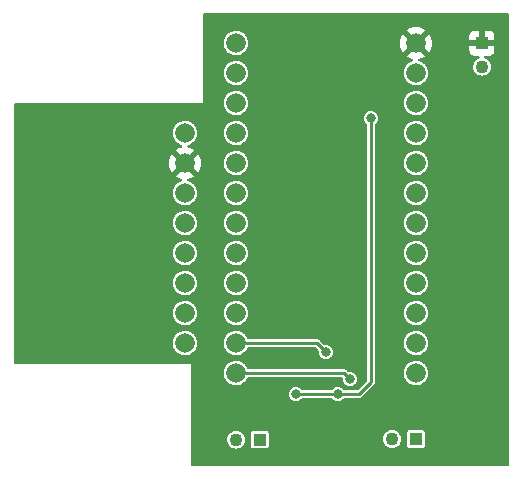
<source format=gbr>
%TF.GenerationSoftware,KiCad,Pcbnew,(6.0.11)*%
%TF.CreationDate,2023-11-20T18:36:57+00:00*%
%TF.ProjectId,reaction_wheel,72656163-7469-46f6-9e5f-776865656c2e,rev?*%
%TF.SameCoordinates,Original*%
%TF.FileFunction,Copper,L2,Bot*%
%TF.FilePolarity,Positive*%
%FSLAX46Y46*%
G04 Gerber Fmt 4.6, Leading zero omitted, Abs format (unit mm)*
G04 Created by KiCad (PCBNEW (6.0.11)) date 2023-11-20 18:36:57*
%MOMM*%
%LPD*%
G01*
G04 APERTURE LIST*
%TA.AperFunction,ComponentPad*%
%ADD10R,1.100000X1.100000*%
%TD*%
%TA.AperFunction,ComponentPad*%
%ADD11C,1.100000*%
%TD*%
%TA.AperFunction,ComponentPad*%
%ADD12C,1.665000*%
%TD*%
%TA.AperFunction,ViaPad*%
%ADD13C,0.800000*%
%TD*%
%TA.AperFunction,Conductor*%
%ADD14C,0.250000*%
%TD*%
G04 APERTURE END LIST*
D10*
%TO.P,U6,1,1*%
%TO.N,Net-(U1-Pad3)*%
X121396000Y-104690000D03*
D11*
%TO.P,U6,2,2*%
%TO.N,Net-(U1-Pad2)*%
X119396000Y-104690000D03*
%TD*%
D12*
%TO.P,U3,1,VCC*%
%TO.N,+3V3*%
X115062000Y-78740000D03*
%TO.P,U3,2,GND*%
%TO.N,GND*%
X115062000Y-81280000D03*
%TO.P,U3,3,SCL*%
%TO.N,Net-(U3-Pad3)*%
X115062000Y-83820000D03*
%TO.P,U3,4,SDA*%
%TO.N,Net-(U3-Pad4)*%
X115062000Y-86360000D03*
%TO.P,U3,5,XDA*%
%TO.N,unconnected-(U3-Pad5)*%
X115062000Y-88900000D03*
%TO.P,U3,6,XCL*%
%TO.N,unconnected-(U3-Pad6)*%
X115062000Y-91440000D03*
%TO.P,U3,7,AD0*%
%TO.N,unconnected-(U3-Pad7)*%
X115062000Y-93980000D03*
%TO.P,U3,8,INT*%
%TO.N,unconnected-(U3-Pad8)*%
X115062000Y-96520000D03*
%TD*%
D10*
%TO.P,U7,1,1*%
%TO.N,GND*%
X140208000Y-71120000D03*
D11*
%TO.P,U7,2,2*%
%TO.N,+3V3*%
X140208000Y-73120000D03*
%TD*%
D10*
%TO.P,U4,1,1*%
%TO.N,Net-(U2-Pad3)*%
X134604000Y-104648000D03*
D11*
%TO.P,U4,2,2*%
%TO.N,Net-(U2-Pad2)*%
X132604000Y-104648000D03*
%TD*%
D12*
%TO.P,U5,1,RAW*%
%TO.N,GND*%
X134620000Y-71120000D03*
%TO.P,U5,2,GND_1*%
%TO.N,+3V3*%
X134620000Y-73660000D03*
%TO.P,U5,3,RST*%
%TO.N,unconnected-(U5-Pad3)*%
X134620000Y-76200000D03*
%TO.P,U5,4,VCC*%
%TO.N,unconnected-(U5-Pad4)*%
X134620000Y-78740000D03*
%TO.P,U5,5,A3*%
%TO.N,unconnected-(U5-Pad5)*%
X134620000Y-81280000D03*
%TO.P,U5,6,A2*%
%TO.N,unconnected-(U5-Pad6)*%
X134620000Y-83820000D03*
%TO.P,U5,7,A1*%
%TO.N,unconnected-(U5-Pad7)*%
X134620000Y-86360000D03*
%TO.P,U5,8,A0*%
%TO.N,unconnected-(U5-Pad8)*%
X134620000Y-88900000D03*
%TO.P,U5,9,SCK*%
%TO.N,unconnected-(U5-Pad9)*%
X134620000Y-91440000D03*
%TO.P,U5,10,MISO*%
%TO.N,unconnected-(U5-Pad10)*%
X134620000Y-93980000D03*
%TO.P,U5,11,MOSI*%
%TO.N,unconnected-(U5-Pad11)*%
X134620000Y-96520000D03*
%TO.P,U5,12,DIO*%
%TO.N,unconnected-(U5-Pad12)*%
X134620000Y-99060000D03*
%TO.P,U5,13,D9*%
%TO.N,Net-(U2-Pad5)*%
X119380000Y-99060000D03*
%TO.P,U5,14,D8*%
%TO.N,Net-(U2-Pad6)*%
X119380000Y-96520000D03*
%TO.P,U5,15,D7*%
%TO.N,Net-(U1-Pad6)*%
X119380000Y-93980000D03*
%TO.P,U5,16,D6*%
%TO.N,Net-(U1-Pad5)*%
X119380000Y-91440000D03*
%TO.P,U5,17,D5*%
%TO.N,unconnected-(U5-Pad17)*%
X119380000Y-88900000D03*
%TO.P,U5,18,D4*%
%TO.N,unconnected-(U5-Pad18)*%
X119380000Y-86360000D03*
%TO.P,U5,19,D3*%
%TO.N,Net-(U3-Pad3)*%
X119380000Y-83820000D03*
%TO.P,U5,20,D2*%
%TO.N,Net-(U3-Pad4)*%
X119380000Y-81280000D03*
%TO.P,U5,21,GND_2*%
%TO.N,unconnected-(U5-Pad21)*%
X119380000Y-78740000D03*
%TO.P,U5,22,GND_3*%
%TO.N,unconnected-(U5-Pad22)*%
X119380000Y-76200000D03*
%TO.P,U5,23,RXI*%
%TO.N,unconnected-(U5-Pad23)*%
X119380000Y-73660000D03*
%TO.P,U5,24,TXO*%
%TO.N,unconnected-(U5-Pad24)*%
X119380000Y-71120000D03*
%TD*%
D13*
%TO.N,+3V3*%
X124460000Y-100838000D03*
X130810000Y-77470000D03*
X128016000Y-100838000D03*
%TO.N,Net-(U2-Pad5)*%
X129032000Y-99568000D03*
%TO.N,Net-(U2-Pad6)*%
X127000000Y-97282000D03*
%TD*%
D14*
%TO.N,+3V3*%
X128016000Y-100838000D02*
X129794000Y-100838000D01*
X124460000Y-100838000D02*
X128016000Y-100838000D01*
X130810000Y-99822000D02*
X130810000Y-77470000D01*
X129794000Y-100838000D02*
X130810000Y-99822000D01*
%TO.N,Net-(U2-Pad5)*%
X129032000Y-99568000D02*
X128524000Y-99060000D01*
X128524000Y-99060000D02*
X119380000Y-99060000D01*
%TO.N,Net-(U2-Pad6)*%
X127000000Y-97282000D02*
X126238000Y-96520000D01*
X126238000Y-96520000D02*
X119380000Y-96520000D01*
%TD*%
%TA.AperFunction,Conductor*%
%TO.N,GND*%
G36*
X142435121Y-68601002D02*
G01*
X142481614Y-68654658D01*
X142493000Y-68707000D01*
X142493000Y-106807000D01*
X142472998Y-106875121D01*
X142419342Y-106921614D01*
X142367000Y-106933000D01*
X115697000Y-106933000D01*
X115628879Y-106912998D01*
X115582386Y-106859342D01*
X115571000Y-106807000D01*
X115571000Y-104679455D01*
X118640825Y-104679455D01*
X118641512Y-104686462D01*
X118641512Y-104686465D01*
X118644311Y-104715010D01*
X118657255Y-104847025D01*
X118710402Y-105006791D01*
X118714049Y-105012813D01*
X118714050Y-105012815D01*
X118790060Y-105138322D01*
X118797624Y-105150812D01*
X118802513Y-105155875D01*
X118802514Y-105155876D01*
X118856289Y-105211561D01*
X118914586Y-105271929D01*
X118920483Y-105275788D01*
X119049577Y-105360266D01*
X119049581Y-105360268D01*
X119055475Y-105364125D01*
X119213289Y-105422815D01*
X119220270Y-105423746D01*
X119220272Y-105423747D01*
X119258647Y-105428867D01*
X119380183Y-105445083D01*
X119387194Y-105444445D01*
X119387198Y-105444445D01*
X119540843Y-105430462D01*
X119547864Y-105429823D01*
X119554566Y-105427645D01*
X119554568Y-105427645D01*
X119701298Y-105379970D01*
X119701301Y-105379969D01*
X119707997Y-105377793D01*
X119852623Y-105291578D01*
X119857717Y-105286727D01*
X119857721Y-105286724D01*
X119886049Y-105259748D01*
X120645500Y-105259748D01*
X120646707Y-105265816D01*
X120648691Y-105275788D01*
X120657133Y-105318231D01*
X120701448Y-105384552D01*
X120767769Y-105428867D01*
X120779938Y-105431288D01*
X120779939Y-105431288D01*
X120820184Y-105439293D01*
X120826252Y-105440500D01*
X121965748Y-105440500D01*
X121971816Y-105439293D01*
X122012061Y-105431288D01*
X122012062Y-105431288D01*
X122024231Y-105428867D01*
X122090552Y-105384552D01*
X122134867Y-105318231D01*
X122143310Y-105275788D01*
X122145293Y-105265816D01*
X122146500Y-105259748D01*
X122146500Y-104637455D01*
X131848825Y-104637455D01*
X131849512Y-104644462D01*
X131849512Y-104644465D01*
X131852258Y-104672468D01*
X131865255Y-104805025D01*
X131918402Y-104964791D01*
X131922049Y-104970813D01*
X131922050Y-104970815D01*
X131939791Y-105000108D01*
X132005624Y-105108812D01*
X132010513Y-105113875D01*
X132010514Y-105113876D01*
X132040367Y-105144789D01*
X132122586Y-105229929D01*
X132128483Y-105233788D01*
X132257577Y-105318266D01*
X132257581Y-105318268D01*
X132263475Y-105322125D01*
X132421289Y-105380815D01*
X132428270Y-105381746D01*
X132428272Y-105381747D01*
X132466647Y-105386867D01*
X132588183Y-105403083D01*
X132595194Y-105402445D01*
X132595198Y-105402445D01*
X132748843Y-105388462D01*
X132755864Y-105387823D01*
X132762566Y-105385645D01*
X132762568Y-105385645D01*
X132909298Y-105337970D01*
X132909301Y-105337969D01*
X132915997Y-105335793D01*
X133060623Y-105249578D01*
X133065717Y-105244727D01*
X133065721Y-105244724D01*
X133094049Y-105217748D01*
X133853500Y-105217748D01*
X133854707Y-105223816D01*
X133860624Y-105253561D01*
X133865133Y-105276231D01*
X133909448Y-105342552D01*
X133975769Y-105386867D01*
X133987938Y-105389288D01*
X133987939Y-105389288D01*
X134028184Y-105397293D01*
X134034252Y-105398500D01*
X135173748Y-105398500D01*
X135179816Y-105397293D01*
X135220061Y-105389288D01*
X135220062Y-105389288D01*
X135232231Y-105386867D01*
X135298552Y-105342552D01*
X135342867Y-105276231D01*
X135347377Y-105253561D01*
X135353293Y-105223816D01*
X135354500Y-105217748D01*
X135354500Y-104078252D01*
X135350000Y-104055631D01*
X135345288Y-104031939D01*
X135345288Y-104031938D01*
X135342867Y-104019769D01*
X135298552Y-103953448D01*
X135232231Y-103909133D01*
X135220062Y-103906712D01*
X135220061Y-103906712D01*
X135179816Y-103898707D01*
X135173748Y-103897500D01*
X134034252Y-103897500D01*
X134028184Y-103898707D01*
X133987939Y-103906712D01*
X133987938Y-103906712D01*
X133975769Y-103909133D01*
X133909448Y-103953448D01*
X133865133Y-104019769D01*
X133862712Y-104031938D01*
X133862712Y-104031939D01*
X133858000Y-104055631D01*
X133853500Y-104078252D01*
X133853500Y-105217748D01*
X133094049Y-105217748D01*
X133177454Y-105138322D01*
X133177455Y-105138320D01*
X133182554Y-105133465D01*
X133198934Y-105108812D01*
X133247826Y-105035223D01*
X133275731Y-104993223D01*
X133335521Y-104835823D01*
X133358955Y-104669088D01*
X133359249Y-104648000D01*
X133344446Y-104516026D01*
X133341266Y-104487672D01*
X133341265Y-104487669D01*
X133340481Y-104480676D01*
X133285108Y-104321668D01*
X133195884Y-104178879D01*
X133187723Y-104170661D01*
X133082205Y-104064403D01*
X133082201Y-104064400D01*
X133077242Y-104059406D01*
X132935079Y-103969187D01*
X132776462Y-103912706D01*
X132769474Y-103911873D01*
X132769471Y-103911872D01*
X132659068Y-103898707D01*
X132609273Y-103892769D01*
X132602270Y-103893505D01*
X132602269Y-103893505D01*
X132564261Y-103897500D01*
X132441821Y-103910369D01*
X132435155Y-103912638D01*
X132435152Y-103912639D01*
X132289098Y-103962360D01*
X132289095Y-103962361D01*
X132282431Y-103964630D01*
X132276436Y-103968318D01*
X132276432Y-103968320D01*
X132145021Y-104049165D01*
X132145019Y-104049167D01*
X132139022Y-104052856D01*
X132018724Y-104170661D01*
X131927515Y-104312190D01*
X131869927Y-104470409D01*
X131848825Y-104637455D01*
X122146500Y-104637455D01*
X122146500Y-104120252D01*
X122142000Y-104097631D01*
X122137288Y-104073939D01*
X122137288Y-104073938D01*
X122134867Y-104061769D01*
X122090552Y-103995448D01*
X122024231Y-103951133D01*
X122012062Y-103948712D01*
X122012061Y-103948712D01*
X121971816Y-103940707D01*
X121965748Y-103939500D01*
X120826252Y-103939500D01*
X120820184Y-103940707D01*
X120779939Y-103948712D01*
X120779938Y-103948712D01*
X120767769Y-103951133D01*
X120701448Y-103995448D01*
X120657133Y-104061769D01*
X120654712Y-104073938D01*
X120654712Y-104073939D01*
X120650000Y-104097631D01*
X120645500Y-104120252D01*
X120645500Y-105259748D01*
X119886049Y-105259748D01*
X119969454Y-105180322D01*
X119969455Y-105180320D01*
X119974554Y-105175465D01*
X119990934Y-105150812D01*
X120063836Y-105041085D01*
X120067731Y-105035223D01*
X120127521Y-104877823D01*
X120150955Y-104711088D01*
X120151249Y-104690000D01*
X120132481Y-104522676D01*
X120077108Y-104363668D01*
X119987884Y-104220879D01*
X119979723Y-104212661D01*
X119874205Y-104106403D01*
X119874201Y-104106400D01*
X119869242Y-104101406D01*
X119727079Y-104011187D01*
X119568462Y-103954706D01*
X119561474Y-103953873D01*
X119561471Y-103953872D01*
X119451068Y-103940707D01*
X119401273Y-103934769D01*
X119394270Y-103935505D01*
X119394269Y-103935505D01*
X119356261Y-103939500D01*
X119233821Y-103952369D01*
X119227155Y-103954638D01*
X119227152Y-103954639D01*
X119081098Y-104004360D01*
X119081095Y-104004361D01*
X119074431Y-104006630D01*
X119068436Y-104010318D01*
X119068432Y-104010320D01*
X118937021Y-104091165D01*
X118937019Y-104091167D01*
X118931022Y-104094856D01*
X118810724Y-104212661D01*
X118719515Y-104354190D01*
X118661927Y-104512409D01*
X118640825Y-104679455D01*
X115571000Y-104679455D01*
X115571000Y-100838000D01*
X123854318Y-100838000D01*
X123874956Y-100994762D01*
X123935464Y-101140841D01*
X124031718Y-101266282D01*
X124157159Y-101362536D01*
X124303238Y-101423044D01*
X124460000Y-101443682D01*
X124468188Y-101442604D01*
X124608574Y-101424122D01*
X124616762Y-101423044D01*
X124762841Y-101362536D01*
X124888282Y-101266282D01*
X124929323Y-101212796D01*
X124986661Y-101170929D01*
X125029286Y-101163500D01*
X127446714Y-101163500D01*
X127514835Y-101183502D01*
X127546677Y-101212796D01*
X127587718Y-101266282D01*
X127713159Y-101362536D01*
X127859238Y-101423044D01*
X128016000Y-101443682D01*
X128024188Y-101442604D01*
X128164574Y-101424122D01*
X128172762Y-101423044D01*
X128318841Y-101362536D01*
X128444282Y-101266282D01*
X128485323Y-101212796D01*
X128542661Y-101170929D01*
X128585286Y-101163500D01*
X129774290Y-101163500D01*
X129785272Y-101163980D01*
X129811820Y-101166303D01*
X129811822Y-101166303D01*
X129822807Y-101167264D01*
X129859215Y-101157508D01*
X129869942Y-101155130D01*
X129873301Y-101154538D01*
X129907045Y-101148588D01*
X129916590Y-101143077D01*
X129919866Y-101141885D01*
X129923034Y-101140408D01*
X129933684Y-101137554D01*
X129964544Y-101115945D01*
X129973815Y-101110039D01*
X129996906Y-101096707D01*
X130006455Y-101091194D01*
X130030685Y-101062317D01*
X130038111Y-101054215D01*
X131026215Y-100066111D01*
X131034319Y-100058684D01*
X131054749Y-100041541D01*
X131063194Y-100034455D01*
X131078366Y-100008176D01*
X131082039Y-100001815D01*
X131087945Y-99992544D01*
X131103230Y-99970715D01*
X131109554Y-99961684D01*
X131112408Y-99951034D01*
X131113885Y-99947866D01*
X131115077Y-99944590D01*
X131120588Y-99935045D01*
X131127130Y-99897942D01*
X131129509Y-99887210D01*
X131132140Y-99877392D01*
X131139264Y-99850807D01*
X131135980Y-99813272D01*
X131135500Y-99802290D01*
X131135500Y-99045507D01*
X133582103Y-99045507D01*
X133599055Y-99247379D01*
X133600754Y-99253304D01*
X133648389Y-99419426D01*
X133654894Y-99442113D01*
X133657713Y-99447598D01*
X133744676Y-99616810D01*
X133744679Y-99616815D01*
X133747494Y-99622292D01*
X133873327Y-99781054D01*
X133878021Y-99785049D01*
X134010670Y-99897942D01*
X134027600Y-99912351D01*
X134032978Y-99915357D01*
X134032980Y-99915358D01*
X134115871Y-99961684D01*
X134204439Y-100011183D01*
X134397105Y-100073784D01*
X134598262Y-100097770D01*
X134604397Y-100097298D01*
X134604399Y-100097298D01*
X134794105Y-100082701D01*
X134794110Y-100082700D01*
X134800246Y-100082228D01*
X134806176Y-100080572D01*
X134806178Y-100080572D01*
X134897806Y-100054989D01*
X134995366Y-100027750D01*
X135000866Y-100024972D01*
X135170686Y-99939190D01*
X135170688Y-99939189D01*
X135176187Y-99936411D01*
X135335824Y-99811689D01*
X135362268Y-99781054D01*
X135404272Y-99732391D01*
X135468195Y-99658336D01*
X135568258Y-99482192D01*
X135571740Y-99471727D01*
X135630256Y-99295819D01*
X135632203Y-99289967D01*
X135657593Y-99088983D01*
X135657998Y-99060000D01*
X135638229Y-98858385D01*
X135636448Y-98852486D01*
X135636447Y-98852481D01*
X135581458Y-98670349D01*
X135579677Y-98664450D01*
X135484571Y-98485581D01*
X135480681Y-98480811D01*
X135480678Y-98480807D01*
X135360428Y-98333366D01*
X135360425Y-98333363D01*
X135356533Y-98328591D01*
X135320863Y-98299082D01*
X135205191Y-98203390D01*
X135205188Y-98203388D01*
X135200441Y-98199461D01*
X135022240Y-98103108D01*
X134925479Y-98073155D01*
X134834605Y-98045025D01*
X134834602Y-98045024D01*
X134828718Y-98043203D01*
X134822593Y-98042559D01*
X134822592Y-98042559D01*
X134633375Y-98022671D01*
X134633374Y-98022671D01*
X134627247Y-98022027D01*
X134543846Y-98029617D01*
X134431638Y-98039829D01*
X134431635Y-98039830D01*
X134425499Y-98040388D01*
X134419593Y-98042126D01*
X134419589Y-98042127D01*
X134274417Y-98084853D01*
X134231159Y-98097585D01*
X134051630Y-98191440D01*
X133893751Y-98318379D01*
X133763534Y-98473565D01*
X133665939Y-98651089D01*
X133604685Y-98844188D01*
X133603999Y-98850305D01*
X133603998Y-98850309D01*
X133589240Y-98981878D01*
X133582103Y-99045507D01*
X131135500Y-99045507D01*
X131135500Y-96505507D01*
X133582103Y-96505507D01*
X133582619Y-96511650D01*
X133597867Y-96693228D01*
X133599055Y-96707379D01*
X133600754Y-96713304D01*
X133649243Y-96882405D01*
X133654894Y-96902113D01*
X133657713Y-96907598D01*
X133744676Y-97076810D01*
X133744679Y-97076815D01*
X133747494Y-97082292D01*
X133873327Y-97241054D01*
X134027600Y-97372351D01*
X134204439Y-97471183D01*
X134397105Y-97533784D01*
X134598262Y-97557770D01*
X134604397Y-97557298D01*
X134604399Y-97557298D01*
X134794105Y-97542701D01*
X134794110Y-97542700D01*
X134800246Y-97542228D01*
X134806176Y-97540572D01*
X134806178Y-97540572D01*
X134897806Y-97514989D01*
X134995366Y-97487750D01*
X135024394Y-97473087D01*
X135170686Y-97399190D01*
X135170688Y-97399189D01*
X135176187Y-97396411D01*
X135335824Y-97271689D01*
X135362268Y-97241054D01*
X135421935Y-97171929D01*
X135468195Y-97118336D01*
X135547258Y-96979159D01*
X135565215Y-96947549D01*
X135565216Y-96947548D01*
X135568258Y-96942192D01*
X135571740Y-96931727D01*
X135630256Y-96755819D01*
X135632203Y-96749967D01*
X135657593Y-96548983D01*
X135657998Y-96520000D01*
X135638229Y-96318385D01*
X135636448Y-96312486D01*
X135636447Y-96312481D01*
X135581458Y-96130349D01*
X135579677Y-96124450D01*
X135484571Y-95945581D01*
X135480681Y-95940811D01*
X135480678Y-95940807D01*
X135360428Y-95793366D01*
X135360425Y-95793363D01*
X135356533Y-95788591D01*
X135339518Y-95774515D01*
X135205191Y-95663390D01*
X135205188Y-95663388D01*
X135200441Y-95659461D01*
X135022240Y-95563108D01*
X134925479Y-95533156D01*
X134834605Y-95505025D01*
X134834602Y-95505024D01*
X134828718Y-95503203D01*
X134822593Y-95502559D01*
X134822592Y-95502559D01*
X134633375Y-95482671D01*
X134633374Y-95482671D01*
X134627247Y-95482027D01*
X134543846Y-95489617D01*
X134431638Y-95499829D01*
X134431635Y-95499830D01*
X134425499Y-95500388D01*
X134419593Y-95502126D01*
X134419589Y-95502127D01*
X134274417Y-95544853D01*
X134231159Y-95557585D01*
X134051630Y-95651440D01*
X133893751Y-95778379D01*
X133763534Y-95933565D01*
X133665939Y-96111089D01*
X133604685Y-96304188D01*
X133603999Y-96310305D01*
X133603998Y-96310309D01*
X133602404Y-96324519D01*
X133582103Y-96505507D01*
X131135500Y-96505507D01*
X131135500Y-93965507D01*
X133582103Y-93965507D01*
X133599055Y-94167379D01*
X133654894Y-94362113D01*
X133657713Y-94367598D01*
X133744676Y-94536810D01*
X133744679Y-94536815D01*
X133747494Y-94542292D01*
X133873327Y-94701054D01*
X134027600Y-94832351D01*
X134204439Y-94931183D01*
X134397105Y-94993784D01*
X134598262Y-95017770D01*
X134604397Y-95017298D01*
X134604399Y-95017298D01*
X134794105Y-95002701D01*
X134794110Y-95002700D01*
X134800246Y-95002228D01*
X134806176Y-95000572D01*
X134806178Y-95000572D01*
X134897806Y-94974989D01*
X134995366Y-94947750D01*
X135024394Y-94933087D01*
X135170686Y-94859190D01*
X135170688Y-94859189D01*
X135176187Y-94856411D01*
X135335824Y-94731689D01*
X135362268Y-94701054D01*
X135464168Y-94583001D01*
X135468195Y-94578336D01*
X135568258Y-94402192D01*
X135632203Y-94209967D01*
X135657593Y-94008983D01*
X135657998Y-93980000D01*
X135638229Y-93778385D01*
X135636448Y-93772486D01*
X135636447Y-93772481D01*
X135581458Y-93590349D01*
X135579677Y-93584450D01*
X135484571Y-93405581D01*
X135480681Y-93400811D01*
X135480678Y-93400807D01*
X135360428Y-93253366D01*
X135360425Y-93253363D01*
X135356533Y-93248591D01*
X135339518Y-93234515D01*
X135205191Y-93123390D01*
X135205188Y-93123388D01*
X135200441Y-93119461D01*
X135022240Y-93023108D01*
X134925479Y-92993156D01*
X134834605Y-92965025D01*
X134834602Y-92965024D01*
X134828718Y-92963203D01*
X134822593Y-92962559D01*
X134822592Y-92962559D01*
X134633375Y-92942671D01*
X134633374Y-92942671D01*
X134627247Y-92942027D01*
X134543846Y-92949617D01*
X134431638Y-92959829D01*
X134431635Y-92959830D01*
X134425499Y-92960388D01*
X134419593Y-92962126D01*
X134419589Y-92962127D01*
X134274417Y-93004853D01*
X134231159Y-93017585D01*
X134051630Y-93111440D01*
X133893751Y-93238379D01*
X133763534Y-93393565D01*
X133665939Y-93571089D01*
X133604685Y-93764188D01*
X133603999Y-93770305D01*
X133603998Y-93770309D01*
X133602404Y-93784519D01*
X133582103Y-93965507D01*
X131135500Y-93965507D01*
X131135500Y-91425507D01*
X133582103Y-91425507D01*
X133599055Y-91627379D01*
X133654894Y-91822113D01*
X133657713Y-91827598D01*
X133744676Y-91996810D01*
X133744679Y-91996815D01*
X133747494Y-92002292D01*
X133873327Y-92161054D01*
X134027600Y-92292351D01*
X134204439Y-92391183D01*
X134397105Y-92453784D01*
X134598262Y-92477770D01*
X134604397Y-92477298D01*
X134604399Y-92477298D01*
X134794105Y-92462701D01*
X134794110Y-92462700D01*
X134800246Y-92462228D01*
X134806176Y-92460572D01*
X134806178Y-92460572D01*
X134897806Y-92434989D01*
X134995366Y-92407750D01*
X135024394Y-92393087D01*
X135170686Y-92319190D01*
X135170688Y-92319189D01*
X135176187Y-92316411D01*
X135335824Y-92191689D01*
X135362268Y-92161054D01*
X135464168Y-92043001D01*
X135468195Y-92038336D01*
X135568258Y-91862192D01*
X135632203Y-91669967D01*
X135657593Y-91468983D01*
X135657998Y-91440000D01*
X135638229Y-91238385D01*
X135636448Y-91232486D01*
X135636447Y-91232481D01*
X135581458Y-91050349D01*
X135579677Y-91044450D01*
X135484571Y-90865581D01*
X135480681Y-90860811D01*
X135480678Y-90860807D01*
X135360428Y-90713366D01*
X135360425Y-90713363D01*
X135356533Y-90708591D01*
X135339518Y-90694515D01*
X135205191Y-90583390D01*
X135205188Y-90583388D01*
X135200441Y-90579461D01*
X135022240Y-90483108D01*
X134925479Y-90453155D01*
X134834605Y-90425025D01*
X134834602Y-90425024D01*
X134828718Y-90423203D01*
X134822593Y-90422559D01*
X134822592Y-90422559D01*
X134633375Y-90402671D01*
X134633374Y-90402671D01*
X134627247Y-90402027D01*
X134543846Y-90409617D01*
X134431638Y-90419829D01*
X134431635Y-90419830D01*
X134425499Y-90420388D01*
X134419593Y-90422126D01*
X134419589Y-90422127D01*
X134274417Y-90464853D01*
X134231159Y-90477585D01*
X134051630Y-90571440D01*
X133893751Y-90698379D01*
X133763534Y-90853565D01*
X133665939Y-91031089D01*
X133604685Y-91224188D01*
X133603999Y-91230305D01*
X133603998Y-91230309D01*
X133602404Y-91244519D01*
X133582103Y-91425507D01*
X131135500Y-91425507D01*
X131135500Y-88885507D01*
X133582103Y-88885507D01*
X133599055Y-89087379D01*
X133654894Y-89282113D01*
X133657713Y-89287598D01*
X133744676Y-89456810D01*
X133744679Y-89456815D01*
X133747494Y-89462292D01*
X133873327Y-89621054D01*
X134027600Y-89752351D01*
X134204439Y-89851183D01*
X134397105Y-89913784D01*
X134598262Y-89937770D01*
X134604397Y-89937298D01*
X134604399Y-89937298D01*
X134794105Y-89922701D01*
X134794110Y-89922700D01*
X134800246Y-89922228D01*
X134806176Y-89920572D01*
X134806178Y-89920572D01*
X134897806Y-89894989D01*
X134995366Y-89867750D01*
X135024394Y-89853087D01*
X135170686Y-89779190D01*
X135170688Y-89779189D01*
X135176187Y-89776411D01*
X135335824Y-89651689D01*
X135362268Y-89621054D01*
X135464168Y-89503001D01*
X135468195Y-89498336D01*
X135568258Y-89322192D01*
X135632203Y-89129967D01*
X135657593Y-88928983D01*
X135657998Y-88900000D01*
X135638229Y-88698385D01*
X135636448Y-88692486D01*
X135636447Y-88692481D01*
X135581458Y-88510349D01*
X135579677Y-88504450D01*
X135484571Y-88325581D01*
X135480681Y-88320811D01*
X135480678Y-88320807D01*
X135360428Y-88173366D01*
X135360425Y-88173363D01*
X135356533Y-88168591D01*
X135339518Y-88154515D01*
X135205191Y-88043390D01*
X135205188Y-88043388D01*
X135200441Y-88039461D01*
X135022240Y-87943108D01*
X134925479Y-87913155D01*
X134834605Y-87885025D01*
X134834602Y-87885024D01*
X134828718Y-87883203D01*
X134822593Y-87882559D01*
X134822592Y-87882559D01*
X134633375Y-87862671D01*
X134633374Y-87862671D01*
X134627247Y-87862027D01*
X134543846Y-87869617D01*
X134431638Y-87879829D01*
X134431635Y-87879830D01*
X134425499Y-87880388D01*
X134419593Y-87882126D01*
X134419589Y-87882127D01*
X134274417Y-87924853D01*
X134231159Y-87937585D01*
X134051630Y-88031440D01*
X133893751Y-88158379D01*
X133763534Y-88313565D01*
X133665939Y-88491089D01*
X133604685Y-88684188D01*
X133603999Y-88690305D01*
X133603998Y-88690309D01*
X133602404Y-88704519D01*
X133582103Y-88885507D01*
X131135500Y-88885507D01*
X131135500Y-86345507D01*
X133582103Y-86345507D01*
X133599055Y-86547379D01*
X133654894Y-86742113D01*
X133657713Y-86747598D01*
X133744676Y-86916810D01*
X133744679Y-86916815D01*
X133747494Y-86922292D01*
X133873327Y-87081054D01*
X134027600Y-87212351D01*
X134204439Y-87311183D01*
X134397105Y-87373784D01*
X134598262Y-87397770D01*
X134604397Y-87397298D01*
X134604399Y-87397298D01*
X134794105Y-87382701D01*
X134794110Y-87382700D01*
X134800246Y-87382228D01*
X134806176Y-87380572D01*
X134806178Y-87380572D01*
X134897806Y-87354989D01*
X134995366Y-87327750D01*
X135024394Y-87313087D01*
X135170686Y-87239190D01*
X135170688Y-87239189D01*
X135176187Y-87236411D01*
X135335824Y-87111689D01*
X135362268Y-87081054D01*
X135464168Y-86963001D01*
X135468195Y-86958336D01*
X135568258Y-86782192D01*
X135632203Y-86589967D01*
X135657593Y-86388983D01*
X135657998Y-86360000D01*
X135638229Y-86158385D01*
X135636448Y-86152486D01*
X135636447Y-86152481D01*
X135581458Y-85970349D01*
X135579677Y-85964450D01*
X135484571Y-85785581D01*
X135480681Y-85780811D01*
X135480678Y-85780807D01*
X135360428Y-85633366D01*
X135360425Y-85633363D01*
X135356533Y-85628591D01*
X135339518Y-85614515D01*
X135205191Y-85503390D01*
X135205188Y-85503388D01*
X135200441Y-85499461D01*
X135022240Y-85403108D01*
X134925479Y-85373155D01*
X134834605Y-85345025D01*
X134834602Y-85345024D01*
X134828718Y-85343203D01*
X134822593Y-85342559D01*
X134822592Y-85342559D01*
X134633375Y-85322671D01*
X134633374Y-85322671D01*
X134627247Y-85322027D01*
X134543846Y-85329617D01*
X134431638Y-85339829D01*
X134431635Y-85339830D01*
X134425499Y-85340388D01*
X134419593Y-85342126D01*
X134419589Y-85342127D01*
X134274417Y-85384853D01*
X134231159Y-85397585D01*
X134051630Y-85491440D01*
X133893751Y-85618379D01*
X133763534Y-85773565D01*
X133665939Y-85951089D01*
X133604685Y-86144188D01*
X133603999Y-86150305D01*
X133603998Y-86150309D01*
X133602404Y-86164519D01*
X133582103Y-86345507D01*
X131135500Y-86345507D01*
X131135500Y-83805507D01*
X133582103Y-83805507D01*
X133599055Y-84007379D01*
X133654894Y-84202113D01*
X133657713Y-84207598D01*
X133744676Y-84376810D01*
X133744679Y-84376815D01*
X133747494Y-84382292D01*
X133873327Y-84541054D01*
X134027600Y-84672351D01*
X134204439Y-84771183D01*
X134397105Y-84833784D01*
X134598262Y-84857770D01*
X134604397Y-84857298D01*
X134604399Y-84857298D01*
X134794105Y-84842701D01*
X134794110Y-84842700D01*
X134800246Y-84842228D01*
X134806176Y-84840572D01*
X134806178Y-84840572D01*
X134897806Y-84814989D01*
X134995366Y-84787750D01*
X135024394Y-84773087D01*
X135170686Y-84699190D01*
X135170688Y-84699189D01*
X135176187Y-84696411D01*
X135335824Y-84571689D01*
X135362268Y-84541054D01*
X135464168Y-84423001D01*
X135468195Y-84418336D01*
X135568258Y-84242192D01*
X135632203Y-84049967D01*
X135657593Y-83848983D01*
X135657998Y-83820000D01*
X135638229Y-83618385D01*
X135636448Y-83612486D01*
X135636447Y-83612481D01*
X135581458Y-83430349D01*
X135579677Y-83424450D01*
X135484571Y-83245581D01*
X135480681Y-83240811D01*
X135480678Y-83240807D01*
X135360428Y-83093366D01*
X135360425Y-83093363D01*
X135356533Y-83088591D01*
X135339518Y-83074515D01*
X135205191Y-82963390D01*
X135205188Y-82963388D01*
X135200441Y-82959461D01*
X135022240Y-82863108D01*
X134914407Y-82829728D01*
X134834605Y-82805025D01*
X134834602Y-82805024D01*
X134828718Y-82803203D01*
X134822593Y-82802559D01*
X134822592Y-82802559D01*
X134633375Y-82782671D01*
X134633374Y-82782671D01*
X134627247Y-82782027D01*
X134543846Y-82789617D01*
X134431638Y-82799829D01*
X134431635Y-82799830D01*
X134425499Y-82800388D01*
X134419593Y-82802126D01*
X134419589Y-82802127D01*
X134274417Y-82844853D01*
X134231159Y-82857585D01*
X134051630Y-82951440D01*
X133893751Y-83078379D01*
X133763534Y-83233565D01*
X133665939Y-83411089D01*
X133604685Y-83604188D01*
X133603999Y-83610305D01*
X133603998Y-83610309D01*
X133602404Y-83624519D01*
X133582103Y-83805507D01*
X131135500Y-83805507D01*
X131135500Y-81265507D01*
X133582103Y-81265507D01*
X133599055Y-81467379D01*
X133600754Y-81473304D01*
X133651074Y-81648790D01*
X133654894Y-81662113D01*
X133657713Y-81667598D01*
X133744676Y-81836810D01*
X133744679Y-81836815D01*
X133747494Y-81842292D01*
X133873327Y-82001054D01*
X134027600Y-82132351D01*
X134204439Y-82231183D01*
X134397105Y-82293784D01*
X134598262Y-82317770D01*
X134604397Y-82317298D01*
X134604399Y-82317298D01*
X134794105Y-82302701D01*
X134794110Y-82302700D01*
X134800246Y-82302228D01*
X134806176Y-82300572D01*
X134806178Y-82300572D01*
X134897806Y-82274989D01*
X134995366Y-82247750D01*
X135024394Y-82233087D01*
X135170686Y-82159190D01*
X135170688Y-82159189D01*
X135176187Y-82156411D01*
X135335824Y-82031689D01*
X135349758Y-82015547D01*
X135464168Y-81883001D01*
X135468195Y-81878336D01*
X135568258Y-81702192D01*
X135584948Y-81652022D01*
X135630256Y-81515819D01*
X135632203Y-81509967D01*
X135657593Y-81308983D01*
X135657864Y-81289580D01*
X135657949Y-81283522D01*
X135657949Y-81283518D01*
X135657998Y-81280000D01*
X135638229Y-81078385D01*
X135636448Y-81072486D01*
X135636447Y-81072481D01*
X135581458Y-80890349D01*
X135579677Y-80884450D01*
X135484571Y-80705581D01*
X135480681Y-80700811D01*
X135480678Y-80700807D01*
X135360428Y-80553366D01*
X135360425Y-80553363D01*
X135356533Y-80548591D01*
X135349899Y-80543103D01*
X135205191Y-80423390D01*
X135205188Y-80423388D01*
X135200441Y-80419461D01*
X135022240Y-80323108D01*
X134925479Y-80293155D01*
X134834605Y-80265025D01*
X134834602Y-80265024D01*
X134828718Y-80263203D01*
X134822593Y-80262559D01*
X134822592Y-80262559D01*
X134633375Y-80242671D01*
X134633374Y-80242671D01*
X134627247Y-80242027D01*
X134543846Y-80249617D01*
X134431638Y-80259829D01*
X134431635Y-80259830D01*
X134425499Y-80260388D01*
X134419593Y-80262126D01*
X134419589Y-80262127D01*
X134274417Y-80304853D01*
X134231159Y-80317585D01*
X134051630Y-80411440D01*
X133893751Y-80538379D01*
X133763534Y-80693565D01*
X133665939Y-80871089D01*
X133604685Y-81064188D01*
X133603999Y-81070305D01*
X133603998Y-81070309D01*
X133602404Y-81084519D01*
X133582103Y-81265507D01*
X131135500Y-81265507D01*
X131135500Y-78725507D01*
X133582103Y-78725507D01*
X133599055Y-78927379D01*
X133654894Y-79122113D01*
X133657713Y-79127598D01*
X133744676Y-79296810D01*
X133744679Y-79296815D01*
X133747494Y-79302292D01*
X133873327Y-79461054D01*
X134027600Y-79592351D01*
X134204439Y-79691183D01*
X134397105Y-79753784D01*
X134598262Y-79777770D01*
X134604397Y-79777298D01*
X134604399Y-79777298D01*
X134794105Y-79762701D01*
X134794110Y-79762700D01*
X134800246Y-79762228D01*
X134806176Y-79760572D01*
X134806178Y-79760572D01*
X134989420Y-79709410D01*
X134995366Y-79707750D01*
X135024394Y-79693087D01*
X135170686Y-79619190D01*
X135170688Y-79619189D01*
X135176187Y-79616411D01*
X135335824Y-79491689D01*
X135362268Y-79461054D01*
X135464168Y-79343001D01*
X135468195Y-79338336D01*
X135568258Y-79162192D01*
X135632203Y-78969967D01*
X135657593Y-78768983D01*
X135657998Y-78740000D01*
X135638229Y-78538385D01*
X135636448Y-78532486D01*
X135636447Y-78532481D01*
X135581458Y-78350349D01*
X135579677Y-78344450D01*
X135484571Y-78165581D01*
X135480681Y-78160811D01*
X135480678Y-78160807D01*
X135360428Y-78013366D01*
X135360425Y-78013363D01*
X135356533Y-78008591D01*
X135311293Y-77971165D01*
X135205191Y-77883390D01*
X135205188Y-77883388D01*
X135200441Y-77879461D01*
X135022240Y-77783108D01*
X134925479Y-77753155D01*
X134834605Y-77725025D01*
X134834602Y-77725024D01*
X134828718Y-77723203D01*
X134822593Y-77722559D01*
X134822592Y-77722559D01*
X134633375Y-77702671D01*
X134633374Y-77702671D01*
X134627247Y-77702027D01*
X134543846Y-77709617D01*
X134431638Y-77719829D01*
X134431635Y-77719830D01*
X134425499Y-77720388D01*
X134419593Y-77722126D01*
X134419589Y-77722127D01*
X134274417Y-77764853D01*
X134231159Y-77777585D01*
X134051630Y-77871440D01*
X133893751Y-77998379D01*
X133763534Y-78153565D01*
X133665939Y-78331089D01*
X133604685Y-78524188D01*
X133603999Y-78530305D01*
X133603998Y-78530309D01*
X133602404Y-78544519D01*
X133582103Y-78725507D01*
X131135500Y-78725507D01*
X131135500Y-78039286D01*
X131155502Y-77971165D01*
X131184796Y-77939323D01*
X131231736Y-77903305D01*
X131238282Y-77898282D01*
X131334536Y-77772841D01*
X131395044Y-77626762D01*
X131415682Y-77470000D01*
X131395044Y-77313238D01*
X131334536Y-77167159D01*
X131238282Y-77041718D01*
X131112841Y-76945464D01*
X130966762Y-76884956D01*
X130810000Y-76864318D01*
X130653238Y-76884956D01*
X130507159Y-76945464D01*
X130381718Y-77041718D01*
X130285464Y-77167159D01*
X130224956Y-77313238D01*
X130204318Y-77470000D01*
X130224956Y-77626762D01*
X130285464Y-77772841D01*
X130381718Y-77898282D01*
X130388264Y-77903305D01*
X130435204Y-77939323D01*
X130477071Y-77996661D01*
X130484500Y-78039286D01*
X130484500Y-99634984D01*
X130464498Y-99703105D01*
X130447595Y-99724079D01*
X129696079Y-100475595D01*
X129633767Y-100509621D01*
X129606984Y-100512500D01*
X128585286Y-100512500D01*
X128517165Y-100492498D01*
X128485323Y-100463204D01*
X128449305Y-100416264D01*
X128444282Y-100409718D01*
X128318841Y-100313464D01*
X128172762Y-100252956D01*
X128016000Y-100232318D01*
X127859238Y-100252956D01*
X127713159Y-100313464D01*
X127587718Y-100409718D01*
X127582695Y-100416264D01*
X127546677Y-100463204D01*
X127489339Y-100505071D01*
X127446714Y-100512500D01*
X125029286Y-100512500D01*
X124961165Y-100492498D01*
X124929323Y-100463204D01*
X124893305Y-100416264D01*
X124888282Y-100409718D01*
X124762841Y-100313464D01*
X124616762Y-100252956D01*
X124460000Y-100232318D01*
X124303238Y-100252956D01*
X124157159Y-100313464D01*
X124031718Y-100409718D01*
X123935464Y-100535159D01*
X123874956Y-100681238D01*
X123854318Y-100838000D01*
X115571000Y-100838000D01*
X115571000Y-99045507D01*
X118342103Y-99045507D01*
X118359055Y-99247379D01*
X118360754Y-99253304D01*
X118408389Y-99419426D01*
X118414894Y-99442113D01*
X118417713Y-99447598D01*
X118504676Y-99616810D01*
X118504679Y-99616815D01*
X118507494Y-99622292D01*
X118633327Y-99781054D01*
X118638021Y-99785049D01*
X118770670Y-99897942D01*
X118787600Y-99912351D01*
X118792978Y-99915357D01*
X118792980Y-99915358D01*
X118875871Y-99961684D01*
X118964439Y-100011183D01*
X119157105Y-100073784D01*
X119358262Y-100097770D01*
X119364397Y-100097298D01*
X119364399Y-100097298D01*
X119554105Y-100082701D01*
X119554110Y-100082700D01*
X119560246Y-100082228D01*
X119566176Y-100080572D01*
X119566178Y-100080572D01*
X119657806Y-100054989D01*
X119755366Y-100027750D01*
X119760866Y-100024972D01*
X119930686Y-99939190D01*
X119930688Y-99939189D01*
X119936187Y-99936411D01*
X120095824Y-99811689D01*
X120122268Y-99781054D01*
X120164272Y-99732391D01*
X120228195Y-99658336D01*
X120328258Y-99482192D01*
X120331739Y-99471726D01*
X120372221Y-99413403D01*
X120437809Y-99386224D01*
X120451297Y-99385500D01*
X128306669Y-99385500D01*
X128374790Y-99405502D01*
X128421283Y-99459158D01*
X128431591Y-99527946D01*
X128426318Y-99568000D01*
X128446956Y-99724762D01*
X128507464Y-99870841D01*
X128603718Y-99996282D01*
X128729159Y-100092536D01*
X128875238Y-100153044D01*
X129032000Y-100173682D01*
X129040188Y-100172604D01*
X129180574Y-100154122D01*
X129188762Y-100153044D01*
X129334841Y-100092536D01*
X129460282Y-99996282D01*
X129556536Y-99870841D01*
X129617044Y-99724762D01*
X129637682Y-99568000D01*
X129617044Y-99411238D01*
X129556536Y-99265159D01*
X129460282Y-99139718D01*
X129334841Y-99043464D01*
X129188762Y-98982956D01*
X129032000Y-98962318D01*
X128965157Y-98971118D01*
X128895010Y-98960179D01*
X128859617Y-98935291D01*
X128768110Y-98843784D01*
X128760683Y-98835680D01*
X128743541Y-98815251D01*
X128736455Y-98806806D01*
X128726906Y-98801293D01*
X128703815Y-98787961D01*
X128694544Y-98782055D01*
X128672715Y-98766770D01*
X128663684Y-98760446D01*
X128653034Y-98757592D01*
X128649866Y-98756115D01*
X128646590Y-98754923D01*
X128637045Y-98749412D01*
X128603301Y-98743462D01*
X128599942Y-98742870D01*
X128589215Y-98740492D01*
X128552807Y-98730736D01*
X128541822Y-98731697D01*
X128541820Y-98731697D01*
X128515272Y-98734020D01*
X128504290Y-98734500D01*
X120452248Y-98734500D01*
X120384127Y-98714498D01*
X120341548Y-98663455D01*
X120339677Y-98664450D01*
X120247465Y-98491023D01*
X120247463Y-98491020D01*
X120244571Y-98485581D01*
X120240681Y-98480811D01*
X120240678Y-98480807D01*
X120120428Y-98333366D01*
X120120425Y-98333363D01*
X120116533Y-98328591D01*
X120080863Y-98299082D01*
X119965191Y-98203390D01*
X119965188Y-98203388D01*
X119960441Y-98199461D01*
X119782240Y-98103108D01*
X119685479Y-98073155D01*
X119594605Y-98045025D01*
X119594602Y-98045024D01*
X119588718Y-98043203D01*
X119582593Y-98042559D01*
X119582592Y-98042559D01*
X119393375Y-98022671D01*
X119393374Y-98022671D01*
X119387247Y-98022027D01*
X119303846Y-98029617D01*
X119191638Y-98039829D01*
X119191635Y-98039830D01*
X119185499Y-98040388D01*
X119179593Y-98042126D01*
X119179589Y-98042127D01*
X119034417Y-98084853D01*
X118991159Y-98097585D01*
X118811630Y-98191440D01*
X118653751Y-98318379D01*
X118523534Y-98473565D01*
X118425939Y-98651089D01*
X118364685Y-98844188D01*
X118363999Y-98850305D01*
X118363998Y-98850309D01*
X118349240Y-98981878D01*
X118342103Y-99045507D01*
X115571000Y-99045507D01*
X115571000Y-98298198D01*
X115571082Y-98298000D01*
X115570765Y-98297235D01*
X115570198Y-98297000D01*
X115570000Y-98296918D01*
X115569802Y-98297000D01*
X100711000Y-98297000D01*
X100642879Y-98276998D01*
X100596386Y-98223342D01*
X100585000Y-98171000D01*
X100585000Y-96505507D01*
X114024103Y-96505507D01*
X114024619Y-96511650D01*
X114039867Y-96693228D01*
X114041055Y-96707379D01*
X114042754Y-96713304D01*
X114091243Y-96882405D01*
X114096894Y-96902113D01*
X114099713Y-96907598D01*
X114186676Y-97076810D01*
X114186679Y-97076815D01*
X114189494Y-97082292D01*
X114315327Y-97241054D01*
X114469600Y-97372351D01*
X114646439Y-97471183D01*
X114839105Y-97533784D01*
X115040262Y-97557770D01*
X115046397Y-97557298D01*
X115046399Y-97557298D01*
X115236105Y-97542701D01*
X115236110Y-97542700D01*
X115242246Y-97542228D01*
X115248176Y-97540572D01*
X115248178Y-97540572D01*
X115339806Y-97514989D01*
X115437366Y-97487750D01*
X115466394Y-97473087D01*
X115612686Y-97399190D01*
X115612688Y-97399189D01*
X115618187Y-97396411D01*
X115777824Y-97271689D01*
X115804268Y-97241054D01*
X115863935Y-97171929D01*
X115910195Y-97118336D01*
X115989258Y-96979159D01*
X116007215Y-96947549D01*
X116007216Y-96947548D01*
X116010258Y-96942192D01*
X116013740Y-96931727D01*
X116072256Y-96755819D01*
X116074203Y-96749967D01*
X116099593Y-96548983D01*
X116099998Y-96520000D01*
X116098577Y-96505507D01*
X118342103Y-96505507D01*
X118342619Y-96511650D01*
X118357867Y-96693228D01*
X118359055Y-96707379D01*
X118360754Y-96713304D01*
X118409243Y-96882405D01*
X118414894Y-96902113D01*
X118417713Y-96907598D01*
X118504676Y-97076810D01*
X118504679Y-97076815D01*
X118507494Y-97082292D01*
X118633327Y-97241054D01*
X118787600Y-97372351D01*
X118964439Y-97471183D01*
X119157105Y-97533784D01*
X119358262Y-97557770D01*
X119364397Y-97557298D01*
X119364399Y-97557298D01*
X119554105Y-97542701D01*
X119554110Y-97542700D01*
X119560246Y-97542228D01*
X119566176Y-97540572D01*
X119566178Y-97540572D01*
X119657806Y-97514989D01*
X119755366Y-97487750D01*
X119784394Y-97473087D01*
X119930686Y-97399190D01*
X119930688Y-97399189D01*
X119936187Y-97396411D01*
X120095824Y-97271689D01*
X120122268Y-97241054D01*
X120181935Y-97171929D01*
X120228195Y-97118336D01*
X120307258Y-96979159D01*
X120325215Y-96947549D01*
X120325216Y-96947548D01*
X120328258Y-96942192D01*
X120331739Y-96931726D01*
X120372221Y-96873403D01*
X120437809Y-96846224D01*
X120451297Y-96845500D01*
X126050984Y-96845500D01*
X126119105Y-96865502D01*
X126140079Y-96882405D01*
X126367291Y-97109617D01*
X126401317Y-97171929D01*
X126403118Y-97215157D01*
X126394318Y-97282000D01*
X126414956Y-97438762D01*
X126475464Y-97584841D01*
X126571718Y-97710282D01*
X126697159Y-97806536D01*
X126843238Y-97867044D01*
X127000000Y-97887682D01*
X127008188Y-97886604D01*
X127148574Y-97868122D01*
X127156762Y-97867044D01*
X127302841Y-97806536D01*
X127428282Y-97710282D01*
X127524536Y-97584841D01*
X127585044Y-97438762D01*
X127605682Y-97282000D01*
X127585044Y-97125238D01*
X127524536Y-96979159D01*
X127428282Y-96853718D01*
X127302841Y-96757464D01*
X127156762Y-96696956D01*
X127000000Y-96676318D01*
X126933157Y-96685118D01*
X126863010Y-96674179D01*
X126827617Y-96649291D01*
X126482111Y-96303785D01*
X126474684Y-96295681D01*
X126457541Y-96275251D01*
X126457542Y-96275251D01*
X126450455Y-96266806D01*
X126440906Y-96261293D01*
X126417815Y-96247961D01*
X126408544Y-96242055D01*
X126386715Y-96226770D01*
X126377684Y-96220446D01*
X126367034Y-96217592D01*
X126363866Y-96216115D01*
X126360590Y-96214923D01*
X126351045Y-96209412D01*
X126317301Y-96203462D01*
X126313942Y-96202870D01*
X126303215Y-96200492D01*
X126266807Y-96190736D01*
X126255822Y-96191697D01*
X126255820Y-96191697D01*
X126229272Y-96194020D01*
X126218290Y-96194500D01*
X120452248Y-96194500D01*
X120384127Y-96174498D01*
X120341548Y-96123455D01*
X120339677Y-96124450D01*
X120247465Y-95951023D01*
X120247463Y-95951020D01*
X120244571Y-95945581D01*
X120240681Y-95940811D01*
X120240678Y-95940807D01*
X120120428Y-95793366D01*
X120120425Y-95793363D01*
X120116533Y-95788591D01*
X120099518Y-95774515D01*
X119965191Y-95663390D01*
X119965188Y-95663388D01*
X119960441Y-95659461D01*
X119782240Y-95563108D01*
X119685479Y-95533156D01*
X119594605Y-95505025D01*
X119594602Y-95505024D01*
X119588718Y-95503203D01*
X119582593Y-95502559D01*
X119582592Y-95502559D01*
X119393375Y-95482671D01*
X119393374Y-95482671D01*
X119387247Y-95482027D01*
X119303846Y-95489617D01*
X119191638Y-95499829D01*
X119191635Y-95499830D01*
X119185499Y-95500388D01*
X119179593Y-95502126D01*
X119179589Y-95502127D01*
X119034417Y-95544853D01*
X118991159Y-95557585D01*
X118811630Y-95651440D01*
X118653751Y-95778379D01*
X118523534Y-95933565D01*
X118425939Y-96111089D01*
X118364685Y-96304188D01*
X118363999Y-96310305D01*
X118363998Y-96310309D01*
X118362404Y-96324519D01*
X118342103Y-96505507D01*
X116098577Y-96505507D01*
X116080229Y-96318385D01*
X116078448Y-96312486D01*
X116078447Y-96312481D01*
X116023458Y-96130349D01*
X116021677Y-96124450D01*
X115926571Y-95945581D01*
X115922681Y-95940811D01*
X115922678Y-95940807D01*
X115802428Y-95793366D01*
X115802425Y-95793363D01*
X115798533Y-95788591D01*
X115781518Y-95774515D01*
X115647191Y-95663390D01*
X115647188Y-95663388D01*
X115642441Y-95659461D01*
X115464240Y-95563108D01*
X115367479Y-95533156D01*
X115276605Y-95505025D01*
X115276602Y-95505024D01*
X115270718Y-95503203D01*
X115264593Y-95502559D01*
X115264592Y-95502559D01*
X115075375Y-95482671D01*
X115075374Y-95482671D01*
X115069247Y-95482027D01*
X114985846Y-95489617D01*
X114873638Y-95499829D01*
X114873635Y-95499830D01*
X114867499Y-95500388D01*
X114861593Y-95502126D01*
X114861589Y-95502127D01*
X114716417Y-95544853D01*
X114673159Y-95557585D01*
X114493630Y-95651440D01*
X114335751Y-95778379D01*
X114205534Y-95933565D01*
X114107939Y-96111089D01*
X114046685Y-96304188D01*
X114045999Y-96310305D01*
X114045998Y-96310309D01*
X114044404Y-96324519D01*
X114024103Y-96505507D01*
X100585000Y-96505507D01*
X100585000Y-93965507D01*
X114024103Y-93965507D01*
X114041055Y-94167379D01*
X114096894Y-94362113D01*
X114099713Y-94367598D01*
X114186676Y-94536810D01*
X114186679Y-94536815D01*
X114189494Y-94542292D01*
X114315327Y-94701054D01*
X114469600Y-94832351D01*
X114646439Y-94931183D01*
X114839105Y-94993784D01*
X115040262Y-95017770D01*
X115046397Y-95017298D01*
X115046399Y-95017298D01*
X115236105Y-95002701D01*
X115236110Y-95002700D01*
X115242246Y-95002228D01*
X115248176Y-95000572D01*
X115248178Y-95000572D01*
X115339806Y-94974989D01*
X115437366Y-94947750D01*
X115466394Y-94933087D01*
X115612686Y-94859190D01*
X115612688Y-94859189D01*
X115618187Y-94856411D01*
X115777824Y-94731689D01*
X115804268Y-94701054D01*
X115906168Y-94583001D01*
X115910195Y-94578336D01*
X116010258Y-94402192D01*
X116074203Y-94209967D01*
X116099593Y-94008983D01*
X116099998Y-93980000D01*
X116098577Y-93965507D01*
X118342103Y-93965507D01*
X118359055Y-94167379D01*
X118414894Y-94362113D01*
X118417713Y-94367598D01*
X118504676Y-94536810D01*
X118504679Y-94536815D01*
X118507494Y-94542292D01*
X118633327Y-94701054D01*
X118787600Y-94832351D01*
X118964439Y-94931183D01*
X119157105Y-94993784D01*
X119358262Y-95017770D01*
X119364397Y-95017298D01*
X119364399Y-95017298D01*
X119554105Y-95002701D01*
X119554110Y-95002700D01*
X119560246Y-95002228D01*
X119566176Y-95000572D01*
X119566178Y-95000572D01*
X119657806Y-94974989D01*
X119755366Y-94947750D01*
X119784394Y-94933087D01*
X119930686Y-94859190D01*
X119930688Y-94859189D01*
X119936187Y-94856411D01*
X120095824Y-94731689D01*
X120122268Y-94701054D01*
X120224168Y-94583001D01*
X120228195Y-94578336D01*
X120328258Y-94402192D01*
X120392203Y-94209967D01*
X120417593Y-94008983D01*
X120417998Y-93980000D01*
X120398229Y-93778385D01*
X120396448Y-93772486D01*
X120396447Y-93772481D01*
X120341458Y-93590349D01*
X120339677Y-93584450D01*
X120244571Y-93405581D01*
X120240681Y-93400811D01*
X120240678Y-93400807D01*
X120120428Y-93253366D01*
X120120425Y-93253363D01*
X120116533Y-93248591D01*
X120099518Y-93234515D01*
X119965191Y-93123390D01*
X119965188Y-93123388D01*
X119960441Y-93119461D01*
X119782240Y-93023108D01*
X119685479Y-92993156D01*
X119594605Y-92965025D01*
X119594602Y-92965024D01*
X119588718Y-92963203D01*
X119582593Y-92962559D01*
X119582592Y-92962559D01*
X119393375Y-92942671D01*
X119393374Y-92942671D01*
X119387247Y-92942027D01*
X119303846Y-92949617D01*
X119191638Y-92959829D01*
X119191635Y-92959830D01*
X119185499Y-92960388D01*
X119179593Y-92962126D01*
X119179589Y-92962127D01*
X119034417Y-93004853D01*
X118991159Y-93017585D01*
X118811630Y-93111440D01*
X118653751Y-93238379D01*
X118523534Y-93393565D01*
X118425939Y-93571089D01*
X118364685Y-93764188D01*
X118363999Y-93770305D01*
X118363998Y-93770309D01*
X118362404Y-93784519D01*
X118342103Y-93965507D01*
X116098577Y-93965507D01*
X116080229Y-93778385D01*
X116078448Y-93772486D01*
X116078447Y-93772481D01*
X116023458Y-93590349D01*
X116021677Y-93584450D01*
X115926571Y-93405581D01*
X115922681Y-93400811D01*
X115922678Y-93400807D01*
X115802428Y-93253366D01*
X115802425Y-93253363D01*
X115798533Y-93248591D01*
X115781518Y-93234515D01*
X115647191Y-93123390D01*
X115647188Y-93123388D01*
X115642441Y-93119461D01*
X115464240Y-93023108D01*
X115367479Y-92993156D01*
X115276605Y-92965025D01*
X115276602Y-92965024D01*
X115270718Y-92963203D01*
X115264593Y-92962559D01*
X115264592Y-92962559D01*
X115075375Y-92942671D01*
X115075374Y-92942671D01*
X115069247Y-92942027D01*
X114985846Y-92949617D01*
X114873638Y-92959829D01*
X114873635Y-92959830D01*
X114867499Y-92960388D01*
X114861593Y-92962126D01*
X114861589Y-92962127D01*
X114716417Y-93004853D01*
X114673159Y-93017585D01*
X114493630Y-93111440D01*
X114335751Y-93238379D01*
X114205534Y-93393565D01*
X114107939Y-93571089D01*
X114046685Y-93764188D01*
X114045999Y-93770305D01*
X114045998Y-93770309D01*
X114044404Y-93784519D01*
X114024103Y-93965507D01*
X100585000Y-93965507D01*
X100585000Y-91425507D01*
X114024103Y-91425507D01*
X114041055Y-91627379D01*
X114096894Y-91822113D01*
X114099713Y-91827598D01*
X114186676Y-91996810D01*
X114186679Y-91996815D01*
X114189494Y-92002292D01*
X114315327Y-92161054D01*
X114469600Y-92292351D01*
X114646439Y-92391183D01*
X114839105Y-92453784D01*
X115040262Y-92477770D01*
X115046397Y-92477298D01*
X115046399Y-92477298D01*
X115236105Y-92462701D01*
X115236110Y-92462700D01*
X115242246Y-92462228D01*
X115248176Y-92460572D01*
X115248178Y-92460572D01*
X115339806Y-92434989D01*
X115437366Y-92407750D01*
X115466394Y-92393087D01*
X115612686Y-92319190D01*
X115612688Y-92319189D01*
X115618187Y-92316411D01*
X115777824Y-92191689D01*
X115804268Y-92161054D01*
X115906168Y-92043001D01*
X115910195Y-92038336D01*
X116010258Y-91862192D01*
X116074203Y-91669967D01*
X116099593Y-91468983D01*
X116099998Y-91440000D01*
X116098577Y-91425507D01*
X118342103Y-91425507D01*
X118359055Y-91627379D01*
X118414894Y-91822113D01*
X118417713Y-91827598D01*
X118504676Y-91996810D01*
X118504679Y-91996815D01*
X118507494Y-92002292D01*
X118633327Y-92161054D01*
X118787600Y-92292351D01*
X118964439Y-92391183D01*
X119157105Y-92453784D01*
X119358262Y-92477770D01*
X119364397Y-92477298D01*
X119364399Y-92477298D01*
X119554105Y-92462701D01*
X119554110Y-92462700D01*
X119560246Y-92462228D01*
X119566176Y-92460572D01*
X119566178Y-92460572D01*
X119657806Y-92434989D01*
X119755366Y-92407750D01*
X119784394Y-92393087D01*
X119930686Y-92319190D01*
X119930688Y-92319189D01*
X119936187Y-92316411D01*
X120095824Y-92191689D01*
X120122268Y-92161054D01*
X120224168Y-92043001D01*
X120228195Y-92038336D01*
X120328258Y-91862192D01*
X120392203Y-91669967D01*
X120417593Y-91468983D01*
X120417998Y-91440000D01*
X120398229Y-91238385D01*
X120396448Y-91232486D01*
X120396447Y-91232481D01*
X120341458Y-91050349D01*
X120339677Y-91044450D01*
X120244571Y-90865581D01*
X120240681Y-90860811D01*
X120240678Y-90860807D01*
X120120428Y-90713366D01*
X120120425Y-90713363D01*
X120116533Y-90708591D01*
X120099518Y-90694515D01*
X119965191Y-90583390D01*
X119965188Y-90583388D01*
X119960441Y-90579461D01*
X119782240Y-90483108D01*
X119685479Y-90453155D01*
X119594605Y-90425025D01*
X119594602Y-90425024D01*
X119588718Y-90423203D01*
X119582593Y-90422559D01*
X119582592Y-90422559D01*
X119393375Y-90402671D01*
X119393374Y-90402671D01*
X119387247Y-90402027D01*
X119303846Y-90409617D01*
X119191638Y-90419829D01*
X119191635Y-90419830D01*
X119185499Y-90420388D01*
X119179593Y-90422126D01*
X119179589Y-90422127D01*
X119034417Y-90464853D01*
X118991159Y-90477585D01*
X118811630Y-90571440D01*
X118653751Y-90698379D01*
X118523534Y-90853565D01*
X118425939Y-91031089D01*
X118364685Y-91224188D01*
X118363999Y-91230305D01*
X118363998Y-91230309D01*
X118362404Y-91244519D01*
X118342103Y-91425507D01*
X116098577Y-91425507D01*
X116080229Y-91238385D01*
X116078448Y-91232486D01*
X116078447Y-91232481D01*
X116023458Y-91050349D01*
X116021677Y-91044450D01*
X115926571Y-90865581D01*
X115922681Y-90860811D01*
X115922678Y-90860807D01*
X115802428Y-90713366D01*
X115802425Y-90713363D01*
X115798533Y-90708591D01*
X115781518Y-90694515D01*
X115647191Y-90583390D01*
X115647188Y-90583388D01*
X115642441Y-90579461D01*
X115464240Y-90483108D01*
X115367479Y-90453155D01*
X115276605Y-90425025D01*
X115276602Y-90425024D01*
X115270718Y-90423203D01*
X115264593Y-90422559D01*
X115264592Y-90422559D01*
X115075375Y-90402671D01*
X115075374Y-90402671D01*
X115069247Y-90402027D01*
X114985846Y-90409617D01*
X114873638Y-90419829D01*
X114873635Y-90419830D01*
X114867499Y-90420388D01*
X114861593Y-90422126D01*
X114861589Y-90422127D01*
X114716417Y-90464853D01*
X114673159Y-90477585D01*
X114493630Y-90571440D01*
X114335751Y-90698379D01*
X114205534Y-90853565D01*
X114107939Y-91031089D01*
X114046685Y-91224188D01*
X114045999Y-91230305D01*
X114045998Y-91230309D01*
X114044404Y-91244519D01*
X114024103Y-91425507D01*
X100585000Y-91425507D01*
X100585000Y-88885507D01*
X114024103Y-88885507D01*
X114041055Y-89087379D01*
X114096894Y-89282113D01*
X114099713Y-89287598D01*
X114186676Y-89456810D01*
X114186679Y-89456815D01*
X114189494Y-89462292D01*
X114315327Y-89621054D01*
X114469600Y-89752351D01*
X114646439Y-89851183D01*
X114839105Y-89913784D01*
X115040262Y-89937770D01*
X115046397Y-89937298D01*
X115046399Y-89937298D01*
X115236105Y-89922701D01*
X115236110Y-89922700D01*
X115242246Y-89922228D01*
X115248176Y-89920572D01*
X115248178Y-89920572D01*
X115339806Y-89894989D01*
X115437366Y-89867750D01*
X115466394Y-89853087D01*
X115612686Y-89779190D01*
X115612688Y-89779189D01*
X115618187Y-89776411D01*
X115777824Y-89651689D01*
X115804268Y-89621054D01*
X115906168Y-89503001D01*
X115910195Y-89498336D01*
X116010258Y-89322192D01*
X116074203Y-89129967D01*
X116099593Y-88928983D01*
X116099998Y-88900000D01*
X116098577Y-88885507D01*
X118342103Y-88885507D01*
X118359055Y-89087379D01*
X118414894Y-89282113D01*
X118417713Y-89287598D01*
X118504676Y-89456810D01*
X118504679Y-89456815D01*
X118507494Y-89462292D01*
X118633327Y-89621054D01*
X118787600Y-89752351D01*
X118964439Y-89851183D01*
X119157105Y-89913784D01*
X119358262Y-89937770D01*
X119364397Y-89937298D01*
X119364399Y-89937298D01*
X119554105Y-89922701D01*
X119554110Y-89922700D01*
X119560246Y-89922228D01*
X119566176Y-89920572D01*
X119566178Y-89920572D01*
X119657806Y-89894989D01*
X119755366Y-89867750D01*
X119784394Y-89853087D01*
X119930686Y-89779190D01*
X119930688Y-89779189D01*
X119936187Y-89776411D01*
X120095824Y-89651689D01*
X120122268Y-89621054D01*
X120224168Y-89503001D01*
X120228195Y-89498336D01*
X120328258Y-89322192D01*
X120392203Y-89129967D01*
X120417593Y-88928983D01*
X120417998Y-88900000D01*
X120398229Y-88698385D01*
X120396448Y-88692486D01*
X120396447Y-88692481D01*
X120341458Y-88510349D01*
X120339677Y-88504450D01*
X120244571Y-88325581D01*
X120240681Y-88320811D01*
X120240678Y-88320807D01*
X120120428Y-88173366D01*
X120120425Y-88173363D01*
X120116533Y-88168591D01*
X120099518Y-88154515D01*
X119965191Y-88043390D01*
X119965188Y-88043388D01*
X119960441Y-88039461D01*
X119782240Y-87943108D01*
X119685479Y-87913155D01*
X119594605Y-87885025D01*
X119594602Y-87885024D01*
X119588718Y-87883203D01*
X119582593Y-87882559D01*
X119582592Y-87882559D01*
X119393375Y-87862671D01*
X119393374Y-87862671D01*
X119387247Y-87862027D01*
X119303846Y-87869617D01*
X119191638Y-87879829D01*
X119191635Y-87879830D01*
X119185499Y-87880388D01*
X119179593Y-87882126D01*
X119179589Y-87882127D01*
X119034417Y-87924853D01*
X118991159Y-87937585D01*
X118811630Y-88031440D01*
X118653751Y-88158379D01*
X118523534Y-88313565D01*
X118425939Y-88491089D01*
X118364685Y-88684188D01*
X118363999Y-88690305D01*
X118363998Y-88690309D01*
X118362404Y-88704519D01*
X118342103Y-88885507D01*
X116098577Y-88885507D01*
X116080229Y-88698385D01*
X116078448Y-88692486D01*
X116078447Y-88692481D01*
X116023458Y-88510349D01*
X116021677Y-88504450D01*
X115926571Y-88325581D01*
X115922681Y-88320811D01*
X115922678Y-88320807D01*
X115802428Y-88173366D01*
X115802425Y-88173363D01*
X115798533Y-88168591D01*
X115781518Y-88154515D01*
X115647191Y-88043390D01*
X115647188Y-88043388D01*
X115642441Y-88039461D01*
X115464240Y-87943108D01*
X115367479Y-87913155D01*
X115276605Y-87885025D01*
X115276602Y-87885024D01*
X115270718Y-87883203D01*
X115264593Y-87882559D01*
X115264592Y-87882559D01*
X115075375Y-87862671D01*
X115075374Y-87862671D01*
X115069247Y-87862027D01*
X114985846Y-87869617D01*
X114873638Y-87879829D01*
X114873635Y-87879830D01*
X114867499Y-87880388D01*
X114861593Y-87882126D01*
X114861589Y-87882127D01*
X114716417Y-87924853D01*
X114673159Y-87937585D01*
X114493630Y-88031440D01*
X114335751Y-88158379D01*
X114205534Y-88313565D01*
X114107939Y-88491089D01*
X114046685Y-88684188D01*
X114045999Y-88690305D01*
X114045998Y-88690309D01*
X114044404Y-88704519D01*
X114024103Y-88885507D01*
X100585000Y-88885507D01*
X100585000Y-86345507D01*
X114024103Y-86345507D01*
X114041055Y-86547379D01*
X114096894Y-86742113D01*
X114099713Y-86747598D01*
X114186676Y-86916810D01*
X114186679Y-86916815D01*
X114189494Y-86922292D01*
X114315327Y-87081054D01*
X114469600Y-87212351D01*
X114646439Y-87311183D01*
X114839105Y-87373784D01*
X115040262Y-87397770D01*
X115046397Y-87397298D01*
X115046399Y-87397298D01*
X115236105Y-87382701D01*
X115236110Y-87382700D01*
X115242246Y-87382228D01*
X115248176Y-87380572D01*
X115248178Y-87380572D01*
X115339806Y-87354989D01*
X115437366Y-87327750D01*
X115466394Y-87313087D01*
X115612686Y-87239190D01*
X115612688Y-87239189D01*
X115618187Y-87236411D01*
X115777824Y-87111689D01*
X115804268Y-87081054D01*
X115906168Y-86963001D01*
X115910195Y-86958336D01*
X116010258Y-86782192D01*
X116074203Y-86589967D01*
X116099593Y-86388983D01*
X116099998Y-86360000D01*
X116098577Y-86345507D01*
X118342103Y-86345507D01*
X118359055Y-86547379D01*
X118414894Y-86742113D01*
X118417713Y-86747598D01*
X118504676Y-86916810D01*
X118504679Y-86916815D01*
X118507494Y-86922292D01*
X118633327Y-87081054D01*
X118787600Y-87212351D01*
X118964439Y-87311183D01*
X119157105Y-87373784D01*
X119358262Y-87397770D01*
X119364397Y-87397298D01*
X119364399Y-87397298D01*
X119554105Y-87382701D01*
X119554110Y-87382700D01*
X119560246Y-87382228D01*
X119566176Y-87380572D01*
X119566178Y-87380572D01*
X119657806Y-87354989D01*
X119755366Y-87327750D01*
X119784394Y-87313087D01*
X119930686Y-87239190D01*
X119930688Y-87239189D01*
X119936187Y-87236411D01*
X120095824Y-87111689D01*
X120122268Y-87081054D01*
X120224168Y-86963001D01*
X120228195Y-86958336D01*
X120328258Y-86782192D01*
X120392203Y-86589967D01*
X120417593Y-86388983D01*
X120417998Y-86360000D01*
X120398229Y-86158385D01*
X120396448Y-86152486D01*
X120396447Y-86152481D01*
X120341458Y-85970349D01*
X120339677Y-85964450D01*
X120244571Y-85785581D01*
X120240681Y-85780811D01*
X120240678Y-85780807D01*
X120120428Y-85633366D01*
X120120425Y-85633363D01*
X120116533Y-85628591D01*
X120099518Y-85614515D01*
X119965191Y-85503390D01*
X119965188Y-85503388D01*
X119960441Y-85499461D01*
X119782240Y-85403108D01*
X119685479Y-85373155D01*
X119594605Y-85345025D01*
X119594602Y-85345024D01*
X119588718Y-85343203D01*
X119582593Y-85342559D01*
X119582592Y-85342559D01*
X119393375Y-85322671D01*
X119393374Y-85322671D01*
X119387247Y-85322027D01*
X119303846Y-85329617D01*
X119191638Y-85339829D01*
X119191635Y-85339830D01*
X119185499Y-85340388D01*
X119179593Y-85342126D01*
X119179589Y-85342127D01*
X119034417Y-85384853D01*
X118991159Y-85397585D01*
X118811630Y-85491440D01*
X118653751Y-85618379D01*
X118523534Y-85773565D01*
X118425939Y-85951089D01*
X118364685Y-86144188D01*
X118363999Y-86150305D01*
X118363998Y-86150309D01*
X118362404Y-86164519D01*
X118342103Y-86345507D01*
X116098577Y-86345507D01*
X116080229Y-86158385D01*
X116078448Y-86152486D01*
X116078447Y-86152481D01*
X116023458Y-85970349D01*
X116021677Y-85964450D01*
X115926571Y-85785581D01*
X115922681Y-85780811D01*
X115922678Y-85780807D01*
X115802428Y-85633366D01*
X115802425Y-85633363D01*
X115798533Y-85628591D01*
X115781518Y-85614515D01*
X115647191Y-85503390D01*
X115647188Y-85503388D01*
X115642441Y-85499461D01*
X115464240Y-85403108D01*
X115367479Y-85373155D01*
X115276605Y-85345025D01*
X115276602Y-85345024D01*
X115270718Y-85343203D01*
X115264593Y-85342559D01*
X115264592Y-85342559D01*
X115075375Y-85322671D01*
X115075374Y-85322671D01*
X115069247Y-85322027D01*
X114985846Y-85329617D01*
X114873638Y-85339829D01*
X114873635Y-85339830D01*
X114867499Y-85340388D01*
X114861593Y-85342126D01*
X114861589Y-85342127D01*
X114716417Y-85384853D01*
X114673159Y-85397585D01*
X114493630Y-85491440D01*
X114335751Y-85618379D01*
X114205534Y-85773565D01*
X114107939Y-85951089D01*
X114046685Y-86144188D01*
X114045999Y-86150305D01*
X114045998Y-86150309D01*
X114044404Y-86164519D01*
X114024103Y-86345507D01*
X100585000Y-86345507D01*
X100585000Y-83805507D01*
X114024103Y-83805507D01*
X114041055Y-84007379D01*
X114096894Y-84202113D01*
X114099713Y-84207598D01*
X114186676Y-84376810D01*
X114186679Y-84376815D01*
X114189494Y-84382292D01*
X114315327Y-84541054D01*
X114469600Y-84672351D01*
X114646439Y-84771183D01*
X114839105Y-84833784D01*
X115040262Y-84857770D01*
X115046397Y-84857298D01*
X115046399Y-84857298D01*
X115236105Y-84842701D01*
X115236110Y-84842700D01*
X115242246Y-84842228D01*
X115248176Y-84840572D01*
X115248178Y-84840572D01*
X115339806Y-84814989D01*
X115437366Y-84787750D01*
X115466394Y-84773087D01*
X115612686Y-84699190D01*
X115612688Y-84699189D01*
X115618187Y-84696411D01*
X115777824Y-84571689D01*
X115804268Y-84541054D01*
X115906168Y-84423001D01*
X115910195Y-84418336D01*
X116010258Y-84242192D01*
X116074203Y-84049967D01*
X116099593Y-83848983D01*
X116099998Y-83820000D01*
X116098577Y-83805507D01*
X118342103Y-83805507D01*
X118359055Y-84007379D01*
X118414894Y-84202113D01*
X118417713Y-84207598D01*
X118504676Y-84376810D01*
X118504679Y-84376815D01*
X118507494Y-84382292D01*
X118633327Y-84541054D01*
X118787600Y-84672351D01*
X118964439Y-84771183D01*
X119157105Y-84833784D01*
X119358262Y-84857770D01*
X119364397Y-84857298D01*
X119364399Y-84857298D01*
X119554105Y-84842701D01*
X119554110Y-84842700D01*
X119560246Y-84842228D01*
X119566176Y-84840572D01*
X119566178Y-84840572D01*
X119657806Y-84814989D01*
X119755366Y-84787750D01*
X119784394Y-84773087D01*
X119930686Y-84699190D01*
X119930688Y-84699189D01*
X119936187Y-84696411D01*
X120095824Y-84571689D01*
X120122268Y-84541054D01*
X120224168Y-84423001D01*
X120228195Y-84418336D01*
X120328258Y-84242192D01*
X120392203Y-84049967D01*
X120417593Y-83848983D01*
X120417998Y-83820000D01*
X120398229Y-83618385D01*
X120396448Y-83612486D01*
X120396447Y-83612481D01*
X120341458Y-83430349D01*
X120339677Y-83424450D01*
X120244571Y-83245581D01*
X120240681Y-83240811D01*
X120240678Y-83240807D01*
X120120428Y-83093366D01*
X120120425Y-83093363D01*
X120116533Y-83088591D01*
X120099518Y-83074515D01*
X119965191Y-82963390D01*
X119965188Y-82963388D01*
X119960441Y-82959461D01*
X119782240Y-82863108D01*
X119674407Y-82829728D01*
X119594605Y-82805025D01*
X119594602Y-82805024D01*
X119588718Y-82803203D01*
X119582593Y-82802559D01*
X119582592Y-82802559D01*
X119393375Y-82782671D01*
X119393374Y-82782671D01*
X119387247Y-82782027D01*
X119303846Y-82789617D01*
X119191638Y-82799829D01*
X119191635Y-82799830D01*
X119185499Y-82800388D01*
X119179593Y-82802126D01*
X119179589Y-82802127D01*
X119034417Y-82844853D01*
X118991159Y-82857585D01*
X118811630Y-82951440D01*
X118653751Y-83078379D01*
X118523534Y-83233565D01*
X118425939Y-83411089D01*
X118364685Y-83604188D01*
X118363999Y-83610305D01*
X118363998Y-83610309D01*
X118362404Y-83624519D01*
X118342103Y-83805507D01*
X116098577Y-83805507D01*
X116080229Y-83618385D01*
X116078448Y-83612486D01*
X116078447Y-83612481D01*
X116023458Y-83430349D01*
X116021677Y-83424450D01*
X115926571Y-83245581D01*
X115922681Y-83240811D01*
X115922678Y-83240807D01*
X115802428Y-83093366D01*
X115802425Y-83093363D01*
X115798533Y-83088591D01*
X115781518Y-83074515D01*
X115647191Y-82963390D01*
X115647188Y-82963388D01*
X115642441Y-82959461D01*
X115464240Y-82863108D01*
X115356406Y-82829728D01*
X115297246Y-82790477D01*
X115268699Y-82725472D01*
X115279828Y-82655353D01*
X115327099Y-82602382D01*
X115361054Y-82587656D01*
X115516919Y-82545892D01*
X115527211Y-82542146D01*
X115729825Y-82447665D01*
X115739315Y-82442187D01*
X115798386Y-82400825D01*
X115806760Y-82390349D01*
X115799691Y-82376901D01*
X115074812Y-81652022D01*
X115060868Y-81644408D01*
X115059035Y-81644539D01*
X115052420Y-81648790D01*
X114323587Y-82377623D01*
X114317157Y-82389397D01*
X114326453Y-82401412D01*
X114384685Y-82442187D01*
X114394175Y-82447665D01*
X114596789Y-82542146D01*
X114607078Y-82545891D01*
X114763036Y-82587680D01*
X114823658Y-82624632D01*
X114854680Y-82688493D01*
X114846251Y-82758987D01*
X114801048Y-82813734D01*
X114766000Y-82830261D01*
X114673159Y-82857585D01*
X114493630Y-82951440D01*
X114335751Y-83078379D01*
X114205534Y-83233565D01*
X114107939Y-83411089D01*
X114046685Y-83604188D01*
X114045999Y-83610305D01*
X114045998Y-83610309D01*
X114044404Y-83624519D01*
X114024103Y-83805507D01*
X100585000Y-83805507D01*
X100585000Y-81285475D01*
X113716859Y-81285475D01*
X113736344Y-81508184D01*
X113738247Y-81518979D01*
X113796108Y-81734919D01*
X113799854Y-81745211D01*
X113894335Y-81947825D01*
X113899813Y-81957315D01*
X113941175Y-82016386D01*
X113951651Y-82024760D01*
X113965099Y-82017691D01*
X114689978Y-81292812D01*
X114696356Y-81281132D01*
X115426408Y-81281132D01*
X115426539Y-81282965D01*
X115430790Y-81289580D01*
X116159623Y-82018413D01*
X116171397Y-82024843D01*
X116183412Y-82015547D01*
X116224187Y-81957315D01*
X116229665Y-81947825D01*
X116324146Y-81745211D01*
X116327892Y-81734919D01*
X116385753Y-81518979D01*
X116387656Y-81508184D01*
X116407141Y-81285475D01*
X116407141Y-81274525D01*
X116406352Y-81265507D01*
X118342103Y-81265507D01*
X118359055Y-81467379D01*
X118360754Y-81473304D01*
X118411074Y-81648790D01*
X118414894Y-81662113D01*
X118417713Y-81667598D01*
X118504676Y-81836810D01*
X118504679Y-81836815D01*
X118507494Y-81842292D01*
X118633327Y-82001054D01*
X118787600Y-82132351D01*
X118964439Y-82231183D01*
X119157105Y-82293784D01*
X119358262Y-82317770D01*
X119364397Y-82317298D01*
X119364399Y-82317298D01*
X119554105Y-82302701D01*
X119554110Y-82302700D01*
X119560246Y-82302228D01*
X119566176Y-82300572D01*
X119566178Y-82300572D01*
X119657806Y-82274989D01*
X119755366Y-82247750D01*
X119784394Y-82233087D01*
X119930686Y-82159190D01*
X119930688Y-82159189D01*
X119936187Y-82156411D01*
X120095824Y-82031689D01*
X120109758Y-82015547D01*
X120224168Y-81883001D01*
X120228195Y-81878336D01*
X120328258Y-81702192D01*
X120344948Y-81652022D01*
X120390256Y-81515819D01*
X120392203Y-81509967D01*
X120417593Y-81308983D01*
X120417864Y-81289580D01*
X120417949Y-81283522D01*
X120417949Y-81283518D01*
X120417998Y-81280000D01*
X120398229Y-81078385D01*
X120396448Y-81072486D01*
X120396447Y-81072481D01*
X120341458Y-80890349D01*
X120339677Y-80884450D01*
X120244571Y-80705581D01*
X120240681Y-80700811D01*
X120240678Y-80700807D01*
X120120428Y-80553366D01*
X120120425Y-80553363D01*
X120116533Y-80548591D01*
X120109899Y-80543103D01*
X119965191Y-80423390D01*
X119965188Y-80423388D01*
X119960441Y-80419461D01*
X119782240Y-80323108D01*
X119685479Y-80293155D01*
X119594605Y-80265025D01*
X119594602Y-80265024D01*
X119588718Y-80263203D01*
X119582593Y-80262559D01*
X119582592Y-80262559D01*
X119393375Y-80242671D01*
X119393374Y-80242671D01*
X119387247Y-80242027D01*
X119303846Y-80249617D01*
X119191638Y-80259829D01*
X119191635Y-80259830D01*
X119185499Y-80260388D01*
X119179593Y-80262126D01*
X119179589Y-80262127D01*
X119034417Y-80304853D01*
X118991159Y-80317585D01*
X118811630Y-80411440D01*
X118653751Y-80538379D01*
X118523534Y-80693565D01*
X118425939Y-80871089D01*
X118364685Y-81064188D01*
X118363999Y-81070305D01*
X118363998Y-81070309D01*
X118362404Y-81084519D01*
X118342103Y-81265507D01*
X116406352Y-81265507D01*
X116387656Y-81051816D01*
X116385753Y-81041021D01*
X116327892Y-80825081D01*
X116324146Y-80814789D01*
X116229665Y-80612175D01*
X116224187Y-80602685D01*
X116182825Y-80543614D01*
X116172349Y-80535240D01*
X116158901Y-80542309D01*
X115434022Y-81267188D01*
X115426408Y-81281132D01*
X114696356Y-81281132D01*
X114697592Y-81278868D01*
X114697461Y-81277035D01*
X114693210Y-81270420D01*
X113964377Y-80541587D01*
X113952603Y-80535157D01*
X113940588Y-80544453D01*
X113899813Y-80602685D01*
X113894335Y-80612175D01*
X113799854Y-80814789D01*
X113796108Y-80825081D01*
X113738247Y-81041021D01*
X113736344Y-81051816D01*
X113716859Y-81274525D01*
X113716859Y-81285475D01*
X100585000Y-81285475D01*
X100585000Y-78725507D01*
X114024103Y-78725507D01*
X114041055Y-78927379D01*
X114096894Y-79122113D01*
X114099713Y-79127598D01*
X114186676Y-79296810D01*
X114186679Y-79296815D01*
X114189494Y-79302292D01*
X114315327Y-79461054D01*
X114469600Y-79592351D01*
X114646439Y-79691183D01*
X114652299Y-79693087D01*
X114768783Y-79730935D01*
X114827389Y-79771008D01*
X114855026Y-79836405D01*
X114842919Y-79906362D01*
X114794913Y-79958668D01*
X114762458Y-79972475D01*
X114607081Y-80014108D01*
X114596789Y-80017854D01*
X114394175Y-80112335D01*
X114384685Y-80117813D01*
X114325614Y-80159175D01*
X114317240Y-80169651D01*
X114324309Y-80183099D01*
X115049188Y-80907978D01*
X115063132Y-80915592D01*
X115064965Y-80915461D01*
X115071580Y-80911210D01*
X115800413Y-80182377D01*
X115806843Y-80170603D01*
X115797547Y-80158588D01*
X115739315Y-80117813D01*
X115729825Y-80112335D01*
X115527211Y-80017854D01*
X115516919Y-80014108D01*
X115361298Y-79972410D01*
X115300675Y-79935458D01*
X115269654Y-79871598D01*
X115278082Y-79801103D01*
X115323285Y-79746356D01*
X115360025Y-79729345D01*
X115431424Y-79709410D01*
X115431433Y-79709407D01*
X115437366Y-79707750D01*
X115466394Y-79693087D01*
X115612686Y-79619190D01*
X115612688Y-79619189D01*
X115618187Y-79616411D01*
X115777824Y-79491689D01*
X115804268Y-79461054D01*
X115906168Y-79343001D01*
X115910195Y-79338336D01*
X116010258Y-79162192D01*
X116074203Y-78969967D01*
X116099593Y-78768983D01*
X116099998Y-78740000D01*
X116098577Y-78725507D01*
X118342103Y-78725507D01*
X118359055Y-78927379D01*
X118414894Y-79122113D01*
X118417713Y-79127598D01*
X118504676Y-79296810D01*
X118504679Y-79296815D01*
X118507494Y-79302292D01*
X118633327Y-79461054D01*
X118787600Y-79592351D01*
X118964439Y-79691183D01*
X119157105Y-79753784D01*
X119358262Y-79777770D01*
X119364397Y-79777298D01*
X119364399Y-79777298D01*
X119554105Y-79762701D01*
X119554110Y-79762700D01*
X119560246Y-79762228D01*
X119566176Y-79760572D01*
X119566178Y-79760572D01*
X119749420Y-79709410D01*
X119755366Y-79707750D01*
X119784394Y-79693087D01*
X119930686Y-79619190D01*
X119930688Y-79619189D01*
X119936187Y-79616411D01*
X120095824Y-79491689D01*
X120122268Y-79461054D01*
X120224168Y-79343001D01*
X120228195Y-79338336D01*
X120328258Y-79162192D01*
X120392203Y-78969967D01*
X120417593Y-78768983D01*
X120417998Y-78740000D01*
X120398229Y-78538385D01*
X120396448Y-78532486D01*
X120396447Y-78532481D01*
X120341458Y-78350349D01*
X120339677Y-78344450D01*
X120244571Y-78165581D01*
X120240681Y-78160811D01*
X120240678Y-78160807D01*
X120120428Y-78013366D01*
X120120425Y-78013363D01*
X120116533Y-78008591D01*
X120071293Y-77971165D01*
X119965191Y-77883390D01*
X119965188Y-77883388D01*
X119960441Y-77879461D01*
X119782240Y-77783108D01*
X119685479Y-77753155D01*
X119594605Y-77725025D01*
X119594602Y-77725024D01*
X119588718Y-77723203D01*
X119582593Y-77722559D01*
X119582592Y-77722559D01*
X119393375Y-77702671D01*
X119393374Y-77702671D01*
X119387247Y-77702027D01*
X119303846Y-77709617D01*
X119191638Y-77719829D01*
X119191635Y-77719830D01*
X119185499Y-77720388D01*
X119179593Y-77722126D01*
X119179589Y-77722127D01*
X119034417Y-77764853D01*
X118991159Y-77777585D01*
X118811630Y-77871440D01*
X118653751Y-77998379D01*
X118523534Y-78153565D01*
X118425939Y-78331089D01*
X118364685Y-78524188D01*
X118363999Y-78530305D01*
X118363998Y-78530309D01*
X118362404Y-78544519D01*
X118342103Y-78725507D01*
X116098577Y-78725507D01*
X116080229Y-78538385D01*
X116078448Y-78532486D01*
X116078447Y-78532481D01*
X116023458Y-78350349D01*
X116021677Y-78344450D01*
X115926571Y-78165581D01*
X115922681Y-78160811D01*
X115922678Y-78160807D01*
X115802428Y-78013366D01*
X115802425Y-78013363D01*
X115798533Y-78008591D01*
X115753293Y-77971165D01*
X115647191Y-77883390D01*
X115647188Y-77883388D01*
X115642441Y-77879461D01*
X115464240Y-77783108D01*
X115367479Y-77753155D01*
X115276605Y-77725025D01*
X115276602Y-77725024D01*
X115270718Y-77723203D01*
X115264593Y-77722559D01*
X115264592Y-77722559D01*
X115075375Y-77702671D01*
X115075374Y-77702671D01*
X115069247Y-77702027D01*
X114985846Y-77709617D01*
X114873638Y-77719829D01*
X114873635Y-77719830D01*
X114867499Y-77720388D01*
X114861593Y-77722126D01*
X114861589Y-77722127D01*
X114716417Y-77764853D01*
X114673159Y-77777585D01*
X114493630Y-77871440D01*
X114335751Y-77998379D01*
X114205534Y-78153565D01*
X114107939Y-78331089D01*
X114046685Y-78524188D01*
X114045999Y-78530305D01*
X114045998Y-78530309D01*
X114044404Y-78544519D01*
X114024103Y-78725507D01*
X100585000Y-78725507D01*
X100585000Y-76327000D01*
X100605002Y-76258879D01*
X100658658Y-76212386D01*
X100711000Y-76201000D01*
X116585802Y-76201000D01*
X116586000Y-76201082D01*
X116586765Y-76200765D01*
X116587000Y-76200198D01*
X116587082Y-76200000D01*
X116587000Y-76199802D01*
X116587000Y-76185507D01*
X118342103Y-76185507D01*
X118359055Y-76387379D01*
X118414894Y-76582113D01*
X118417713Y-76587598D01*
X118504676Y-76756810D01*
X118504679Y-76756815D01*
X118507494Y-76762292D01*
X118633327Y-76921054D01*
X118638021Y-76925049D01*
X118662009Y-76945464D01*
X118787600Y-77052351D01*
X118964439Y-77151183D01*
X119157105Y-77213784D01*
X119358262Y-77237770D01*
X119364397Y-77237298D01*
X119364399Y-77237298D01*
X119554105Y-77222701D01*
X119554110Y-77222700D01*
X119560246Y-77222228D01*
X119566176Y-77220572D01*
X119566178Y-77220572D01*
X119657806Y-77194989D01*
X119755366Y-77167750D01*
X119784394Y-77153087D01*
X119930686Y-77079190D01*
X119930688Y-77079189D01*
X119936187Y-77076411D01*
X120095824Y-76951689D01*
X120122268Y-76921054D01*
X120224168Y-76803001D01*
X120228195Y-76798336D01*
X120328258Y-76622192D01*
X120392203Y-76429967D01*
X120417593Y-76228983D01*
X120417998Y-76200000D01*
X120416577Y-76185507D01*
X133582103Y-76185507D01*
X133599055Y-76387379D01*
X133654894Y-76582113D01*
X133657713Y-76587598D01*
X133744676Y-76756810D01*
X133744679Y-76756815D01*
X133747494Y-76762292D01*
X133873327Y-76921054D01*
X133878021Y-76925049D01*
X133902009Y-76945464D01*
X134027600Y-77052351D01*
X134204439Y-77151183D01*
X134397105Y-77213784D01*
X134598262Y-77237770D01*
X134604397Y-77237298D01*
X134604399Y-77237298D01*
X134794105Y-77222701D01*
X134794110Y-77222700D01*
X134800246Y-77222228D01*
X134806176Y-77220572D01*
X134806178Y-77220572D01*
X134897806Y-77194989D01*
X134995366Y-77167750D01*
X135024394Y-77153087D01*
X135170686Y-77079190D01*
X135170688Y-77079189D01*
X135176187Y-77076411D01*
X135335824Y-76951689D01*
X135362268Y-76921054D01*
X135464168Y-76803001D01*
X135468195Y-76798336D01*
X135568258Y-76622192D01*
X135632203Y-76429967D01*
X135657593Y-76228983D01*
X135657998Y-76200000D01*
X135638229Y-75998385D01*
X135636448Y-75992486D01*
X135636447Y-75992481D01*
X135581458Y-75810349D01*
X135579677Y-75804450D01*
X135484571Y-75625581D01*
X135480681Y-75620811D01*
X135480678Y-75620807D01*
X135360428Y-75473366D01*
X135360425Y-75473363D01*
X135356533Y-75468591D01*
X135339518Y-75454515D01*
X135205191Y-75343390D01*
X135205188Y-75343388D01*
X135200441Y-75339461D01*
X135022240Y-75243108D01*
X134925479Y-75213156D01*
X134834605Y-75185025D01*
X134834602Y-75185024D01*
X134828718Y-75183203D01*
X134822593Y-75182559D01*
X134822592Y-75182559D01*
X134633375Y-75162671D01*
X134633374Y-75162671D01*
X134627247Y-75162027D01*
X134543846Y-75169617D01*
X134431638Y-75179829D01*
X134431635Y-75179830D01*
X134425499Y-75180388D01*
X134419593Y-75182126D01*
X134419589Y-75182127D01*
X134274417Y-75224853D01*
X134231159Y-75237585D01*
X134051630Y-75331440D01*
X133893751Y-75458379D01*
X133763534Y-75613565D01*
X133665939Y-75791089D01*
X133604685Y-75984188D01*
X133603999Y-75990305D01*
X133603998Y-75990309D01*
X133602404Y-76004519D01*
X133582103Y-76185507D01*
X120416577Y-76185507D01*
X120398229Y-75998385D01*
X120396448Y-75992486D01*
X120396447Y-75992481D01*
X120341458Y-75810349D01*
X120339677Y-75804450D01*
X120244571Y-75625581D01*
X120240681Y-75620811D01*
X120240678Y-75620807D01*
X120120428Y-75473366D01*
X120120425Y-75473363D01*
X120116533Y-75468591D01*
X120099518Y-75454515D01*
X119965191Y-75343390D01*
X119965188Y-75343388D01*
X119960441Y-75339461D01*
X119782240Y-75243108D01*
X119685479Y-75213156D01*
X119594605Y-75185025D01*
X119594602Y-75185024D01*
X119588718Y-75183203D01*
X119582593Y-75182559D01*
X119582592Y-75182559D01*
X119393375Y-75162671D01*
X119393374Y-75162671D01*
X119387247Y-75162027D01*
X119303846Y-75169617D01*
X119191638Y-75179829D01*
X119191635Y-75179830D01*
X119185499Y-75180388D01*
X119179593Y-75182126D01*
X119179589Y-75182127D01*
X119034417Y-75224853D01*
X118991159Y-75237585D01*
X118811630Y-75331440D01*
X118653751Y-75458379D01*
X118523534Y-75613565D01*
X118425939Y-75791089D01*
X118364685Y-75984188D01*
X118363999Y-75990305D01*
X118363998Y-75990309D01*
X118362404Y-76004519D01*
X118342103Y-76185507D01*
X116587000Y-76185507D01*
X116587000Y-73645507D01*
X118342103Y-73645507D01*
X118342619Y-73651650D01*
X118355914Y-73809970D01*
X118359055Y-73847379D01*
X118414894Y-74042113D01*
X118417713Y-74047598D01*
X118504676Y-74216810D01*
X118504679Y-74216815D01*
X118507494Y-74222292D01*
X118633327Y-74381054D01*
X118787600Y-74512351D01*
X118964439Y-74611183D01*
X119157105Y-74673784D01*
X119358262Y-74697770D01*
X119364397Y-74697298D01*
X119364399Y-74697298D01*
X119554105Y-74682701D01*
X119554110Y-74682700D01*
X119560246Y-74682228D01*
X119566176Y-74680572D01*
X119566178Y-74680572D01*
X119657806Y-74654989D01*
X119755366Y-74627750D01*
X119784394Y-74613087D01*
X119930686Y-74539190D01*
X119930688Y-74539189D01*
X119936187Y-74536411D01*
X120095824Y-74411689D01*
X120122268Y-74381054D01*
X120224168Y-74263001D01*
X120228195Y-74258336D01*
X120328258Y-74082192D01*
X120392203Y-73889967D01*
X120417593Y-73688983D01*
X120417998Y-73660000D01*
X120416577Y-73645507D01*
X133582103Y-73645507D01*
X133582619Y-73651650D01*
X133595914Y-73809970D01*
X133599055Y-73847379D01*
X133654894Y-74042113D01*
X133657713Y-74047598D01*
X133744676Y-74216810D01*
X133744679Y-74216815D01*
X133747494Y-74222292D01*
X133873327Y-74381054D01*
X134027600Y-74512351D01*
X134204439Y-74611183D01*
X134397105Y-74673784D01*
X134598262Y-74697770D01*
X134604397Y-74697298D01*
X134604399Y-74697298D01*
X134794105Y-74682701D01*
X134794110Y-74682700D01*
X134800246Y-74682228D01*
X134806176Y-74680572D01*
X134806178Y-74680572D01*
X134897806Y-74654989D01*
X134995366Y-74627750D01*
X135024394Y-74613087D01*
X135170686Y-74539190D01*
X135170688Y-74539189D01*
X135176187Y-74536411D01*
X135335824Y-74411689D01*
X135362268Y-74381054D01*
X135464168Y-74263001D01*
X135468195Y-74258336D01*
X135568258Y-74082192D01*
X135632203Y-73889967D01*
X135657593Y-73688983D01*
X135657998Y-73660000D01*
X135638229Y-73458385D01*
X135636448Y-73452486D01*
X135636447Y-73452481D01*
X135581458Y-73270349D01*
X135579677Y-73264450D01*
X135516170Y-73145010D01*
X135487465Y-73091023D01*
X135487463Y-73091020D01*
X135484571Y-73085581D01*
X135480681Y-73080811D01*
X135480678Y-73080807D01*
X135360428Y-72933366D01*
X135360425Y-72933363D01*
X135356533Y-72928591D01*
X135339518Y-72914515D01*
X135205191Y-72803390D01*
X135205188Y-72803388D01*
X135200441Y-72799461D01*
X135022240Y-72703108D01*
X134914406Y-72669728D01*
X134855246Y-72630477D01*
X134826699Y-72565472D01*
X134837828Y-72495353D01*
X134885099Y-72442382D01*
X134919054Y-72427656D01*
X135074919Y-72385892D01*
X135085211Y-72382146D01*
X135287825Y-72287665D01*
X135297315Y-72282187D01*
X135356386Y-72240825D01*
X135364760Y-72230349D01*
X135357691Y-72216901D01*
X134632812Y-71492022D01*
X134618868Y-71484408D01*
X134617035Y-71484539D01*
X134610420Y-71488790D01*
X133881587Y-72217623D01*
X133875157Y-72229397D01*
X133884453Y-72241412D01*
X133942685Y-72282187D01*
X133952175Y-72287665D01*
X134154789Y-72382146D01*
X134165078Y-72385891D01*
X134321036Y-72427680D01*
X134381658Y-72464632D01*
X134412680Y-72528493D01*
X134404251Y-72598987D01*
X134359048Y-72653734D01*
X134324000Y-72670261D01*
X134231159Y-72697585D01*
X134051630Y-72791440D01*
X133893751Y-72918379D01*
X133763534Y-73073565D01*
X133665939Y-73251089D01*
X133604685Y-73444188D01*
X133603999Y-73450305D01*
X133603998Y-73450309D01*
X133586050Y-73610322D01*
X133582103Y-73645507D01*
X120416577Y-73645507D01*
X120398229Y-73458385D01*
X120396448Y-73452486D01*
X120396447Y-73452481D01*
X120341458Y-73270349D01*
X120339677Y-73264450D01*
X120276170Y-73145010D01*
X120247465Y-73091023D01*
X120247463Y-73091020D01*
X120244571Y-73085581D01*
X120240681Y-73080811D01*
X120240678Y-73080807D01*
X120120428Y-72933366D01*
X120120425Y-72933363D01*
X120116533Y-72928591D01*
X120099518Y-72914515D01*
X119965191Y-72803390D01*
X119965188Y-72803388D01*
X119960441Y-72799461D01*
X119782240Y-72703108D01*
X119674407Y-72669728D01*
X119594605Y-72645025D01*
X119594602Y-72645024D01*
X119588718Y-72643203D01*
X119582593Y-72642559D01*
X119582592Y-72642559D01*
X119393375Y-72622671D01*
X119393374Y-72622671D01*
X119387247Y-72622027D01*
X119303846Y-72629617D01*
X119191638Y-72639829D01*
X119191635Y-72639830D01*
X119185499Y-72640388D01*
X119179593Y-72642126D01*
X119179589Y-72642127D01*
X119034417Y-72684853D01*
X118991159Y-72697585D01*
X118811630Y-72791440D01*
X118653751Y-72918379D01*
X118523534Y-73073565D01*
X118425939Y-73251089D01*
X118364685Y-73444188D01*
X118363999Y-73450305D01*
X118363998Y-73450309D01*
X118346050Y-73610322D01*
X118342103Y-73645507D01*
X116587000Y-73645507D01*
X116587000Y-71105507D01*
X118342103Y-71105507D01*
X118359055Y-71307379D01*
X118360754Y-71313304D01*
X118411074Y-71488790D01*
X118414894Y-71502113D01*
X118417713Y-71507598D01*
X118504676Y-71676810D01*
X118504679Y-71676815D01*
X118507494Y-71682292D01*
X118633327Y-71841054D01*
X118638021Y-71845049D01*
X118730376Y-71923649D01*
X118787600Y-71972351D01*
X118964439Y-72071183D01*
X119157105Y-72133784D01*
X119358262Y-72157770D01*
X119364397Y-72157298D01*
X119364399Y-72157298D01*
X119554105Y-72142701D01*
X119554110Y-72142700D01*
X119560246Y-72142228D01*
X119566176Y-72140572D01*
X119566178Y-72140572D01*
X119658533Y-72114786D01*
X119755366Y-72087750D01*
X119784394Y-72073087D01*
X119930686Y-71999190D01*
X119930688Y-71999189D01*
X119936187Y-71996411D01*
X120095824Y-71871689D01*
X120109758Y-71855547D01*
X120168404Y-71787604D01*
X120228195Y-71718336D01*
X120328258Y-71542192D01*
X120344948Y-71492022D01*
X120382257Y-71379865D01*
X120392203Y-71349967D01*
X120417593Y-71148983D01*
X120417864Y-71129580D01*
X120417922Y-71125475D01*
X133274859Y-71125475D01*
X133294344Y-71348184D01*
X133296247Y-71358979D01*
X133354108Y-71574919D01*
X133357854Y-71585211D01*
X133452335Y-71787825D01*
X133457813Y-71797315D01*
X133499175Y-71856386D01*
X133509651Y-71864760D01*
X133523099Y-71857691D01*
X134247978Y-71132812D01*
X134254356Y-71121132D01*
X134984408Y-71121132D01*
X134984539Y-71122965D01*
X134988790Y-71129580D01*
X135717623Y-71858413D01*
X135729397Y-71864843D01*
X135741412Y-71855547D01*
X135782187Y-71797315D01*
X135787665Y-71787825D01*
X135821778Y-71714669D01*
X139150001Y-71714669D01*
X139150371Y-71721490D01*
X139155895Y-71772352D01*
X139159521Y-71787604D01*
X139204676Y-71908054D01*
X139213214Y-71923649D01*
X139289715Y-72025724D01*
X139302276Y-72038285D01*
X139404351Y-72114786D01*
X139419946Y-72123324D01*
X139540394Y-72168478D01*
X139555649Y-72172105D01*
X139606514Y-72177631D01*
X139613328Y-72178000D01*
X139885047Y-72178000D01*
X139953168Y-72198002D01*
X139999661Y-72251658D01*
X140009765Y-72321932D01*
X139980271Y-72386512D01*
X139925652Y-72423278D01*
X139893100Y-72434359D01*
X139893095Y-72434361D01*
X139886431Y-72436630D01*
X139880436Y-72440318D01*
X139880432Y-72440320D01*
X139749021Y-72521165D01*
X139749019Y-72521167D01*
X139743022Y-72524856D01*
X139680911Y-72585680D01*
X139643795Y-72622027D01*
X139622724Y-72642661D01*
X139531515Y-72784190D01*
X139529105Y-72790810D01*
X139529104Y-72790813D01*
X139502721Y-72863299D01*
X139473927Y-72942409D01*
X139452825Y-73109455D01*
X139453512Y-73116462D01*
X139453512Y-73116465D01*
X139456311Y-73145010D01*
X139469255Y-73277025D01*
X139522402Y-73436791D01*
X139526049Y-73442813D01*
X139526050Y-73442815D01*
X139539195Y-73464519D01*
X139609624Y-73580812D01*
X139614513Y-73585875D01*
X139614514Y-73585876D01*
X139666185Y-73639382D01*
X139726586Y-73701929D01*
X139732483Y-73705788D01*
X139861577Y-73790266D01*
X139861581Y-73790268D01*
X139867475Y-73794125D01*
X140025289Y-73852815D01*
X140032270Y-73853746D01*
X140032272Y-73853747D01*
X140077812Y-73859823D01*
X140192183Y-73875083D01*
X140199194Y-73874445D01*
X140199198Y-73874445D01*
X140352843Y-73860462D01*
X140359864Y-73859823D01*
X140366566Y-73857645D01*
X140366568Y-73857645D01*
X140513298Y-73809970D01*
X140513301Y-73809969D01*
X140519997Y-73807793D01*
X140664623Y-73721578D01*
X140669717Y-73716727D01*
X140669721Y-73716724D01*
X140781454Y-73610322D01*
X140781455Y-73610320D01*
X140786554Y-73605465D01*
X140802934Y-73580812D01*
X140875836Y-73471085D01*
X140879731Y-73465223D01*
X140882329Y-73458385D01*
X140937019Y-73314409D01*
X140939521Y-73307823D01*
X140962955Y-73141088D01*
X140963249Y-73120000D01*
X140944481Y-72952676D01*
X140889108Y-72793668D01*
X140799884Y-72650879D01*
X140794071Y-72645025D01*
X140686205Y-72536403D01*
X140686201Y-72536400D01*
X140681242Y-72531406D01*
X140539079Y-72441187D01*
X140487156Y-72422698D01*
X140429693Y-72381003D01*
X140403893Y-72314860D01*
X140417949Y-72245269D01*
X140467397Y-72194324D01*
X140529424Y-72177999D01*
X140802669Y-72177999D01*
X140809490Y-72177629D01*
X140860352Y-72172105D01*
X140875604Y-72168479D01*
X140996054Y-72123324D01*
X141011649Y-72114786D01*
X141113724Y-72038285D01*
X141126285Y-72025724D01*
X141202786Y-71923649D01*
X141211324Y-71908054D01*
X141256478Y-71787606D01*
X141260105Y-71772351D01*
X141265631Y-71721486D01*
X141266000Y-71714672D01*
X141266000Y-71392115D01*
X141261525Y-71376876D01*
X141260135Y-71375671D01*
X141252452Y-71374000D01*
X139168116Y-71374000D01*
X139152877Y-71378475D01*
X139151672Y-71379865D01*
X139150001Y-71387548D01*
X139150001Y-71714669D01*
X135821778Y-71714669D01*
X135882146Y-71585211D01*
X135885892Y-71574919D01*
X135943753Y-71358979D01*
X135945656Y-71348184D01*
X135965141Y-71125475D01*
X135965141Y-71114525D01*
X135945656Y-70891816D01*
X135943753Y-70881021D01*
X135934874Y-70847885D01*
X139150000Y-70847885D01*
X139154475Y-70863124D01*
X139155865Y-70864329D01*
X139163548Y-70866000D01*
X139935885Y-70866000D01*
X139951124Y-70861525D01*
X139952329Y-70860135D01*
X139954000Y-70852452D01*
X139954000Y-70847885D01*
X140462000Y-70847885D01*
X140466475Y-70863124D01*
X140467865Y-70864329D01*
X140475548Y-70866000D01*
X141247884Y-70866000D01*
X141263123Y-70861525D01*
X141264328Y-70860135D01*
X141265999Y-70852452D01*
X141265999Y-70525331D01*
X141265629Y-70518510D01*
X141260105Y-70467648D01*
X141256479Y-70452396D01*
X141211324Y-70331946D01*
X141202786Y-70316351D01*
X141126285Y-70214276D01*
X141113724Y-70201715D01*
X141011649Y-70125214D01*
X140996054Y-70116676D01*
X140875606Y-70071522D01*
X140860351Y-70067895D01*
X140809486Y-70062369D01*
X140802672Y-70062000D01*
X140480115Y-70062000D01*
X140464876Y-70066475D01*
X140463671Y-70067865D01*
X140462000Y-70075548D01*
X140462000Y-70847885D01*
X139954000Y-70847885D01*
X139954000Y-70080116D01*
X139949525Y-70064877D01*
X139948135Y-70063672D01*
X139940452Y-70062001D01*
X139613331Y-70062001D01*
X139606510Y-70062371D01*
X139555648Y-70067895D01*
X139540396Y-70071521D01*
X139419946Y-70116676D01*
X139404351Y-70125214D01*
X139302276Y-70201715D01*
X139289715Y-70214276D01*
X139213214Y-70316351D01*
X139204676Y-70331946D01*
X139159522Y-70452394D01*
X139155895Y-70467649D01*
X139150369Y-70518514D01*
X139150000Y-70525328D01*
X139150000Y-70847885D01*
X135934874Y-70847885D01*
X135885892Y-70665081D01*
X135882146Y-70654789D01*
X135787665Y-70452175D01*
X135782187Y-70442685D01*
X135740825Y-70383614D01*
X135730349Y-70375240D01*
X135716901Y-70382309D01*
X134992022Y-71107188D01*
X134984408Y-71121132D01*
X134254356Y-71121132D01*
X134255592Y-71118868D01*
X134255461Y-71117035D01*
X134251210Y-71110420D01*
X133522377Y-70381587D01*
X133510603Y-70375157D01*
X133498588Y-70384453D01*
X133457813Y-70442685D01*
X133452335Y-70452175D01*
X133357854Y-70654789D01*
X133354108Y-70665081D01*
X133296247Y-70881021D01*
X133294344Y-70891816D01*
X133274859Y-71114525D01*
X133274859Y-71125475D01*
X120417922Y-71125475D01*
X120417949Y-71123522D01*
X120417949Y-71123518D01*
X120417998Y-71120000D01*
X120398229Y-70918385D01*
X120396448Y-70912486D01*
X120396447Y-70912481D01*
X120341458Y-70730349D01*
X120339677Y-70724450D01*
X120244571Y-70545581D01*
X120240681Y-70540811D01*
X120240678Y-70540807D01*
X120120428Y-70393366D01*
X120120425Y-70393363D01*
X120116533Y-70388591D01*
X120109899Y-70383103D01*
X119965191Y-70263390D01*
X119965188Y-70263388D01*
X119960441Y-70259461D01*
X119782240Y-70163108D01*
X119659824Y-70125214D01*
X119594605Y-70105025D01*
X119594602Y-70105024D01*
X119588718Y-70103203D01*
X119582593Y-70102559D01*
X119582592Y-70102559D01*
X119393375Y-70082671D01*
X119393374Y-70082671D01*
X119387247Y-70082027D01*
X119303846Y-70089617D01*
X119191638Y-70099829D01*
X119191635Y-70099830D01*
X119185499Y-70100388D01*
X119179593Y-70102126D01*
X119179589Y-70102127D01*
X119034417Y-70144853D01*
X118991159Y-70157585D01*
X118974990Y-70166038D01*
X118882719Y-70214276D01*
X118811630Y-70251440D01*
X118653751Y-70378379D01*
X118523534Y-70533565D01*
X118425939Y-70711089D01*
X118364685Y-70904188D01*
X118363999Y-70910305D01*
X118363998Y-70910309D01*
X118362404Y-70924519D01*
X118342103Y-71105507D01*
X116587000Y-71105507D01*
X116587000Y-70009651D01*
X133875240Y-70009651D01*
X133882309Y-70023099D01*
X134607188Y-70747978D01*
X134621132Y-70755592D01*
X134622965Y-70755461D01*
X134629580Y-70751210D01*
X135358413Y-70022377D01*
X135364843Y-70010603D01*
X135355547Y-69998588D01*
X135297315Y-69957813D01*
X135287825Y-69952335D01*
X135085211Y-69857854D01*
X135074919Y-69854108D01*
X134858979Y-69796247D01*
X134848184Y-69794344D01*
X134625475Y-69774859D01*
X134614525Y-69774859D01*
X134391816Y-69794344D01*
X134381021Y-69796247D01*
X134165081Y-69854108D01*
X134154789Y-69857854D01*
X133952175Y-69952335D01*
X133942685Y-69957813D01*
X133883614Y-69999175D01*
X133875240Y-70009651D01*
X116587000Y-70009651D01*
X116587000Y-68707000D01*
X116607002Y-68638879D01*
X116660658Y-68592386D01*
X116713000Y-68581000D01*
X142367000Y-68581000D01*
X142435121Y-68601002D01*
G37*
%TD.AperFunction*%
%TD*%
M02*

</source>
